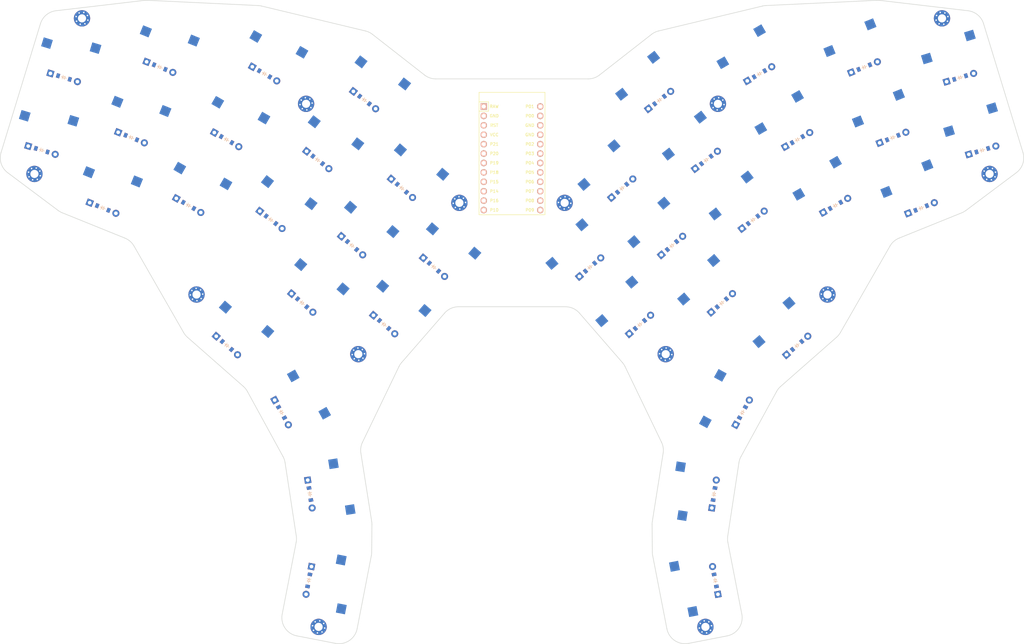
<source format=kicad_pcb>
(kicad_pcb (version 20171130) (host pcbnew 5.1.6)
  (title_block (title "swallowtail") (rev "v1.0.0") (company "Unknown"))
  (layers (0 F.Cu signal) (31 B.Cu signal) (34 B.Paste user) (35 F.Paste user) (36 B.SilkS user) (37 F.SilkS user) (38 B.Mask user) (39 F.Mask user) (44 Edge.Cuts user))
  (net 0 "")
  (net 1 "outer_home")
  (net 2 "P21")
  (net 3 "outer_top")
  (net 4 "pinky_bottom")
  (net 5 "P20")
  (net 6 "pinky_home")
  (net 7 "pinky_top")
  (net 8 "ring_bottom")
  (net 9 "P19")
  (net 10 "ring_home")
  (net 11 "ring_top")
  (net 12 "middle_bottom")
  (net 13 "P18")
  (net 14 "middle_home")
  (net 15 "middle_top")
  (net 16 "index_bottom")
  (net 17 "P15")
  (net 18 "index_home")
  (net 19 "index_top")
  (net 20 "inner_home")
  (net 21 "P14")
  (net 22 "inner_top")
  (net 23 "mirror_outer_home")
  (net 24 "P9")
  (net 25 "mirror_outer_top")
  (net 26 "mirror_pinky_bottom")
  (net 27 "P8")
  (net 28 "mirror_pinky_home")
  (net 29 "mirror_pinky_top")
  (net 30 "mirror_ring_bottom")
  (net 31 "P7")
  (net 32 "mirror_ring_home")
  (net 33 "mirror_ring_top")
  (net 34 "mirror_middle_bottom")
  (net 35 "P6")
  (net 36 "mirror_middle_home")
  (net 37 "mirror_middle_top")
  (net 38 "mirror_index_bottom")
  (net 39 "P10")
  (net 40 "mirror_index_home")
  (net 41 "mirror_index_top")
  (net 42 "mirror_inner_home")
  (net 43 "P16")
  (net 44 "mirror_inner_top")
  (net 45 "near_thumb")
  (net 46 "home_thumb")
  (net 47 "far_thumb")
  (net 48 "farthest_thumb")
  (net 49 "mirror_near_thumb")
  (net 50 "mirror_home_thumb")
  (net 51 "mirror_far_thumb")
  (net 52 "mirror_farthest_thumb")
  (net 53 "P3")
  (net 54 "P2")
  (net 55 "P4")
  (net 56 "P5")
  (net 57 "RAW")
  (net 58 "GND")
  (net 59 "RST")
  (net 60 "VCC")
  (net 61 "P1")
  (net 62 "P0")
  (module MX (layer F.Cu) (at 72.3869251 105.2633986 -17)
    (fp_text reference "S1" hide)
    (fp_text value "" hide)
    (pad "" np_thru_hole circle (at 0 0) (size 3.9878 3.9878) (drill 3.9878) (layers *.Cu *.Mask))
    (pad "" np_thru_hole circle (at 5.08 0) (size 1.7018 1.7018) (drill 1.7018) (layers *.Cu *.Mask))
    (pad "" np_thru_hole circle (at -5.08 0) (size 1.7018 1.7018) (drill 1.7018) (layers *.Cu *.Mask))
    (pad "" np_thru_hole circle (at 2.54 -5.08) (size 3 3) (drill 3) (layers *.Cu *.Mask))
    (pad "" np_thru_hole circle (at -3.81 -2.54) (size 3 3) (drill 3) (layers *.Cu *.Mask))
    (pad 1 smd rect (at -7.085 -2.54 -17) (size 2.55 2.5) (layers B.Cu B.Paste B.Mask) (net 1 "outer_home"))
    (pad 2 smd rect (at 5.842 -5.08 -17) (size 2.55 2.5) (layers B.Cu B.Paste B.Mask) (net 2 "P21"))
  )
  (module MX (layer F.Cu) (at 78.380545 85.6591511 -17)
    (fp_text reference "S2" hide)
    (fp_text value "" hide)
    (pad "" np_thru_hole circle (at 0 0) (size 3.9878 3.9878) (drill 3.9878) (layers *.Cu *.Mask))
    (pad "" np_thru_hole circle (at 5.08 0) (size 1.7018 1.7018) (drill 1.7018) (layers *.Cu *.Mask))
    (pad "" np_thru_hole circle (at -5.08 0) (size 1.7018 1.7018) (drill 1.7018) (layers *.Cu *.Mask))
    (pad "" np_thru_hole circle (at 2.54 -5.08) (size 3 3) (drill 3) (layers *.Cu *.Mask))
    (pad "" np_thru_hole circle (at -3.81 -2.54) (size 3 3) (drill 3) (layers *.Cu *.Mask))
    (pad 1 smd rect (at -7.085 -2.54 -17) (size 2.55 2.5) (layers B.Cu B.Paste B.Mask) (net 3 "outer_top"))
    (pad 2 smd rect (at 5.842 -5.08 -17) (size 2.55 2.5) (layers B.Cu B.Paste B.Mask) (net 2 "P21"))
  )
  (module MX (layer F.Cu) (at 89.284923 121.0030592 -22)
    (fp_text reference "S3" hide)
    (fp_text value "" hide)
    (pad "" np_thru_hole circle (at 0 0) (size 3.9878 3.9878) (drill 3.9878) (layers *.Cu *.Mask))
    (pad "" np_thru_hole circle (at 5.08 0) (size 1.7018 1.7018) (drill 1.7018) (layers *.Cu *.Mask))
    (pad "" np_thru_hole circle (at -5.08 0) (size 1.7018 1.7018) (drill 1.7018) (layers *.Cu *.Mask))
    (pad "" np_thru_hole circle (at 2.54 -5.08) (size 3 3) (drill 3) (layers *.Cu *.Mask))
    (pad "" np_thru_hole circle (at -3.81 -2.54) (size 3 3) (drill 3) (layers *.Cu *.Mask))
    (pad 1 smd rect (at -7.085 -2.54 -22) (size 2.55 2.5) (layers B.Cu B.Paste B.Mask) (net 4 "pinky_bottom"))
    (pad 2 smd rect (at 5.842 -5.08 -22) (size 2.55 2.5) (layers B.Cu B.Paste B.Mask) (net 5 "P20"))
  )
  (module MX (layer F.Cu) (at 96.9643581 101.9957902 -22)
    (fp_text reference "S4" hide)
    (fp_text value "" hide)
    (pad "" np_thru_hole circle (at 0 0) (size 3.9878 3.9878) (drill 3.9878) (layers *.Cu *.Mask))
    (pad "" np_thru_hole circle (at 5.08 0) (size 1.7018 1.7018) (drill 1.7018) (layers *.Cu *.Mask))
    (pad "" np_thru_hole circle (at -5.08 0) (size 1.7018 1.7018) (drill 1.7018) (layers *.Cu *.Mask))
    (pad "" np_thru_hole circle (at 2.54 -5.08) (size 3 3) (drill 3) (layers *.Cu *.Mask))
    (pad "" np_thru_hole circle (at -3.81 -2.54) (size 3 3) (drill 3) (layers *.Cu *.Mask))
    (pad 1 smd rect (at -7.085 -2.54 -22) (size 2.55 2.5) (layers B.Cu B.Paste B.Mask) (net 6 "pinky_home"))
    (pad 2 smd rect (at 5.842 -5.08 -22) (size 2.55 2.5) (layers B.Cu B.Paste B.Mask) (net 5 "P20"))
  )
  (module MX (layer F.Cu) (at 104.6437933 82.9885212 -22)
    (fp_text reference "S5" hide)
    (fp_text value "" hide)
    (pad "" np_thru_hole circle (at 0 0) (size 3.9878 3.9878) (drill 3.9878) (layers *.Cu *.Mask))
    (pad "" np_thru_hole circle (at 5.08 0) (size 1.7018 1.7018) (drill 1.7018) (layers *.Cu *.Mask))
    (pad "" np_thru_hole circle (at -5.08 0) (size 1.7018 1.7018) (drill 1.7018) (layers *.Cu *.Mask))
    (pad "" np_thru_hole circle (at 2.54 -5.08) (size 3 3) (drill 3) (layers *.Cu *.Mask))
    (pad "" np_thru_hole circle (at -3.81 -2.54) (size 3 3) (drill 3) (layers *.Cu *.Mask))
    (pad 1 smd rect (at -7.085 -2.54 -22) (size 2.55 2.5) (layers B.Cu B.Paste B.Mask) (net 7 "pinky_top"))
    (pad 2 smd rect (at 5.842 -5.08 -22) (size 2.55 2.5) (layers B.Cu B.Paste B.Mask) (net 5 "P20"))
  )
  (module MX (layer F.Cu) (at 113.0524438 120.6156381 -30)
    (fp_text reference "S6" hide)
    (fp_text value "" hide)
    (pad "" np_thru_hole circle (at 0 0) (size 3.9878 3.9878) (drill 3.9878) (layers *.Cu *.Mask))
    (pad "" np_thru_hole circle (at 5.08 0) (size 1.7018 1.7018) (drill 1.7018) (layers *.Cu *.Mask))
    (pad "" np_thru_hole circle (at -5.08 0) (size 1.7018 1.7018) (drill 1.7018) (layers *.Cu *.Mask))
    (pad "" np_thru_hole circle (at 2.54 -5.08) (size 3 3) (drill 3) (layers *.Cu *.Mask))
    (pad "" np_thru_hole circle (at -3.81 -2.54) (size 3 3) (drill 3) (layers *.Cu *.Mask))
    (pad 1 smd rect (at -7.085 -2.54 -30) (size 2.55 2.5) (layers B.Cu B.Paste B.Mask) (net 8 "ring_bottom"))
    (pad 2 smd rect (at 5.842 -5.08 -30) (size 2.55 2.5) (layers B.Cu B.Paste B.Mask) (net 9 "P19"))
  )
  (module MX (layer F.Cu) (at 123.3024438 102.8621173 -30)
    (fp_text reference "S7" hide)
    (fp_text value "" hide)
    (pad "" np_thru_hole circle (at 0 0) (size 3.9878 3.9878) (drill 3.9878) (layers *.Cu *.Mask))
    (pad "" np_thru_hole circle (at 5.08 0) (size 1.7018 1.7018) (drill 1.7018) (layers *.Cu *.Mask))
    (pad "" np_thru_hole circle (at -5.08 0) (size 1.7018 1.7018) (drill 1.7018) (layers *.Cu *.Mask))
    (pad "" np_thru_hole circle (at 2.54 -5.08) (size 3 3) (drill 3) (layers *.Cu *.Mask))
    (pad "" np_thru_hole circle (at -3.81 -2.54) (size 3 3) (drill 3) (layers *.Cu *.Mask))
    (pad 1 smd rect (at -7.085 -2.54 -30) (size 2.55 2.5) (layers B.Cu B.Paste B.Mask) (net 10 "ring_home"))
    (pad 2 smd rect (at 5.842 -5.08 -30) (size 2.55 2.5) (layers B.Cu B.Paste B.Mask) (net 9 "P19"))
  )
  (module MX (layer F.Cu) (at 133.5524438 85.1085965 -30)
    (fp_text reference "S8" hide)
    (fp_text value "" hide)
    (pad "" np_thru_hole circle (at 0 0) (size 3.9878 3.9878) (drill 3.9878) (layers *.Cu *.Mask))
    (pad "" np_thru_hole circle (at 5.08 0) (size 1.7018 1.7018) (drill 1.7018) (layers *.Cu *.Mask))
    (pad "" np_thru_hole circle (at -5.08 0) (size 1.7018 1.7018) (drill 1.7018) (layers *.Cu *.Mask))
    (pad "" np_thru_hole circle (at 2.54 -5.08) (size 3 3) (drill 3) (layers *.Cu *.Mask))
    (pad "" np_thru_hole circle (at -3.81 -2.54) (size 3 3) (drill 3) (layers *.Cu *.Mask))
    (pad 1 smd rect (at -7.085 -2.54 -30) (size 2.55 2.5) (layers B.Cu B.Paste B.Mask) (net 11 "ring_top"))
    (pad 2 smd rect (at 5.842 -5.08 -30) (size 2.55 2.5) (layers B.Cu B.Paste B.Mask) (net 9 "P19"))
  )
  (module MX (layer F.Cu) (at 135.8625793 124.8907864 -38)
    (fp_text reference "S9" hide)
    (fp_text value "" hide)
    (pad "" np_thru_hole circle (at 0 0) (size 3.9878 3.9878) (drill 3.9878) (layers *.Cu *.Mask))
    (pad "" np_thru_hole circle (at 5.08 0) (size 1.7018 1.7018) (drill 1.7018) (layers *.Cu *.Mask))
    (pad "" np_thru_hole circle (at -5.08 0) (size 1.7018 1.7018) (drill 1.7018) (layers *.Cu *.Mask))
    (pad "" np_thru_hole circle (at 2.54 -5.08) (size 3 3) (drill 3) (layers *.Cu *.Mask))
    (pad "" np_thru_hole circle (at -3.81 -2.54) (size 3 3) (drill 3) (layers *.Cu *.Mask))
    (pad 1 smd rect (at -7.085 -2.54 -38) (size 2.55 2.5) (layers B.Cu B.Paste B.Mask) (net 12 "middle_bottom"))
    (pad 2 smd rect (at 5.842 -5.08 -38) (size 2.55 2.5) (layers B.Cu B.Paste B.Mask) (net 13 "P18"))
  )
  (module MX (layer F.Cu) (at 148.4836396 108.736566 -38)
    (fp_text reference "S10" hide)
    (fp_text value "" hide)
    (pad "" np_thru_hole circle (at 0 0) (size 3.9878 3.9878) (drill 3.9878) (layers *.Cu *.Mask))
    (pad "" np_thru_hole circle (at 5.08 0) (size 1.7018 1.7018) (drill 1.7018) (layers *.Cu *.Mask))
    (pad "" np_thru_hole circle (at -5.08 0) (size 1.7018 1.7018) (drill 1.7018) (layers *.Cu *.Mask))
    (pad "" np_thru_hole circle (at 2.54 -5.08) (size 3 3) (drill 3) (layers *.Cu *.Mask))
    (pad "" np_thru_hole circle (at -3.81 -2.54) (size 3 3) (drill 3) (layers *.Cu *.Mask))
    (pad 1 smd rect (at -7.085 -2.54 -38) (size 2.55 2.5) (layers B.Cu B.Paste B.Mask) (net 14 "middle_home"))
    (pad 2 smd rect (at 5.842 -5.08 -38) (size 2.55 2.5) (layers B.Cu B.Paste B.Mask) (net 13 "P18"))
  )
  (module MX (layer F.Cu) (at 161.1046999 92.5823456 -38)
    (fp_text reference "S11" hide)
    (fp_text value "" hide)
    (pad "" np_thru_hole circle (at 0 0) (size 3.9878 3.9878) (drill 3.9878) (layers *.Cu *.Mask))
    (pad "" np_thru_hole circle (at 5.08 0) (size 1.7018 1.7018) (drill 1.7018) (layers *.Cu *.Mask))
    (pad "" np_thru_hole circle (at -5.08 0) (size 1.7018 1.7018) (drill 1.7018) (layers *.Cu *.Mask))
    (pad "" np_thru_hole circle (at 2.54 -5.08) (size 3 3) (drill 3) (layers *.Cu *.Mask))
    (pad "" np_thru_hole circle (at -3.81 -2.54) (size 3 3) (drill 3) (layers *.Cu *.Mask))
    (pad 1 smd rect (at -7.085 -2.54 -38) (size 2.55 2.5) (layers B.Cu B.Paste B.Mask) (net 15 "middle_top"))
    (pad 2 smd rect (at 5.842 -5.08 -38) (size 2.55 2.5) (layers B.Cu B.Paste B.Mask) (net 13 "P18"))
  )
  (module MX (layer F.Cu) (at 144.4949348 147.4794255 -41)
    (fp_text reference "S12" hide)
    (fp_text value "" hide)
    (pad "" np_thru_hole circle (at 0 0) (size 3.9878 3.9878) (drill 3.9878) (layers *.Cu *.Mask))
    (pad "" np_thru_hole circle (at 5.08 0) (size 1.7018 1.7018) (drill 1.7018) (layers *.Cu *.Mask))
    (pad "" np_thru_hole circle (at -5.08 0) (size 1.7018 1.7018) (drill 1.7018) (layers *.Cu *.Mask))
    (pad "" np_thru_hole circle (at 2.54 -5.08) (size 3 3) (drill 3) (layers *.Cu *.Mask))
    (pad "" np_thru_hole circle (at -3.81 -2.54) (size 3 3) (drill 3) (layers *.Cu *.Mask))
    (pad 1 smd rect (at -7.085 -2.54 -41) (size 2.55 2.5) (layers B.Cu B.Paste B.Mask) (net 16 "index_bottom"))
    (pad 2 smd rect (at 5.842 -5.08 -41) (size 2.55 2.5) (layers B.Cu B.Paste B.Mask) (net 17 "P15"))
  )
  (module MX (layer F.Cu) (at 157.9441449 132.0078791 -41)
    (fp_text reference "S13" hide)
    (fp_text value "" hide)
    (pad "" np_thru_hole circle (at 0 0) (size 3.9878 3.9878) (drill 3.9878) (layers *.Cu *.Mask))
    (pad "" np_thru_hole circle (at 5.08 0) (size 1.7018 1.7018) (drill 1.7018) (layers *.Cu *.Mask))
    (pad "" np_thru_hole circle (at -5.08 0) (size 1.7018 1.7018) (drill 1.7018) (layers *.Cu *.Mask))
    (pad "" np_thru_hole circle (at 2.54 -5.08) (size 3 3) (drill 3) (layers *.Cu *.Mask))
    (pad "" np_thru_hole circle (at -3.81 -2.54) (size 3 3) (drill 3) (layers *.Cu *.Mask))
    (pad 1 smd rect (at -7.085 -2.54 -41) (size 2.55 2.5) (layers B.Cu B.Paste B.Mask) (net 18 "index_home"))
    (pad 2 smd rect (at 5.842 -5.08 -41) (size 2.55 2.5) (layers B.Cu B.Paste B.Mask) (net 17 "P15"))
  )
  (module MX (layer F.Cu) (at 171.393355 116.5363327 -41)
    (fp_text reference "S14" hide)
    (fp_text value "" hide)
    (pad "" np_thru_hole circle (at 0 0) (size 3.9878 3.9878) (drill 3.9878) (layers *.Cu *.Mask))
    (pad "" np_thru_hole circle (at 5.08 0) (size 1.7018 1.7018) (drill 1.7018) (layers *.Cu *.Mask))
    (pad "" np_thru_hole circle (at -5.08 0) (size 1.7018 1.7018) (drill 1.7018) (layers *.Cu *.Mask))
    (pad "" np_thru_hole circle (at 2.54 -5.08) (size 3 3) (drill 3) (layers *.Cu *.Mask))
    (pad "" np_thru_hole circle (at -3.81 -2.54) (size 3 3) (drill 3) (layers *.Cu *.Mask))
    (pad 1 smd rect (at -7.085 -2.54 -41) (size 2.55 2.5) (layers B.Cu B.Paste B.Mask) (net 19 "index_top"))
    (pad 2 smd rect (at 5.842 -5.08 -41) (size 2.55 2.5) (layers B.Cu B.Paste B.Mask) (net 17 "P15"))
  )
  (module MX (layer F.Cu) (at 166.5926774 153.3060689 -41)
    (fp_text reference "S15" hide)
    (fp_text value "" hide)
    (pad "" np_thru_hole circle (at 0 0) (size 3.9878 3.9878) (drill 3.9878) (layers *.Cu *.Mask))
    (pad "" np_thru_hole circle (at 5.08 0) (size 1.7018 1.7018) (drill 1.7018) (layers *.Cu *.Mask))
    (pad "" np_thru_hole circle (at -5.08 0) (size 1.7018 1.7018) (drill 1.7018) (layers *.Cu *.Mask))
    (pad "" np_thru_hole circle (at 2.54 -5.08) (size 3 3) (drill 3) (layers *.Cu *.Mask))
    (pad "" np_thru_hole circle (at -3.81 -2.54) (size 3 3) (drill 3) (layers *.Cu *.Mask))
    (pad 1 smd rect (at -7.085 -2.54 -41) (size 2.55 2.5) (layers B.Cu B.Paste B.Mask) (net 20 "inner_home"))
    (pad 2 smd rect (at 5.842 -5.08 -41) (size 2.55 2.5) (layers B.Cu B.Paste B.Mask) (net 21 "P14"))
  )
  (module MX (layer F.Cu) (at 180.0418875 137.8345225 -41)
    (fp_text reference "S16" hide)
    (fp_text value "" hide)
    (pad "" np_thru_hole circle (at 0 0) (size 3.9878 3.9878) (drill 3.9878) (layers *.Cu *.Mask))
    (pad "" np_thru_hole circle (at 5.08 0) (size 1.7018 1.7018) (drill 1.7018) (layers *.Cu *.Mask))
    (pad "" np_thru_hole circle (at -5.08 0) (size 1.7018 1.7018) (drill 1.7018) (layers *.Cu *.Mask))
    (pad "" np_thru_hole circle (at 2.54 -5.08) (size 3 3) (drill 3) (layers *.Cu *.Mask))
    (pad "" np_thru_hole circle (at -3.81 -2.54) (size 3 3) (drill 3) (layers *.Cu *.Mask))
    (pad 1 smd rect (at -7.085 -2.54 -41) (size 2.55 2.5) (layers B.Cu B.Paste B.Mask) (net 22 "inner_top"))
    (pad 2 smd rect (at 5.842 -5.08 -41) (size 2.55 2.5) (layers B.Cu B.Paste B.Mask) (net 21 "P14"))
  )
  (module MX (layer F.Cu) (at 323.2691477 105.2633986 17)
    (fp_text reference "S17" hide)
    (fp_text value "" hide)
    (pad "" np_thru_hole circle (at 0 0) (size 3.9878 3.9878) (drill 3.9878) (layers *.Cu *.Mask))
    (pad "" np_thru_hole circle (at 5.08 0) (size 1.7018 1.7018) (drill 1.7018) (layers *.Cu *.Mask))
    (pad "" np_thru_hole circle (at -5.08 0) (size 1.7018 1.7018) (drill 1.7018) (layers *.Cu *.Mask))
    (pad "" np_thru_hole circle (at 2.54 -5.08) (size 3 3) (drill 3) (layers *.Cu *.Mask))
    (pad "" np_thru_hole circle (at -3.81 -2.54) (size 3 3) (drill 3) (layers *.Cu *.Mask))
    (pad 1 smd rect (at -7.085 -2.54 17) (size 2.55 2.5) (layers B.Cu B.Paste B.Mask) (net 23 "mirror_outer_home"))
    (pad 2 smd rect (at 5.842 -5.08 17) (size 2.55 2.5) (layers B.Cu B.Paste B.Mask) (net 24 "P9"))
  )
  (module MX (layer F.Cu) (at 317.2755278 85.6591511 17)
    (fp_text reference "S18" hide)
    (fp_text value "" hide)
    (pad "" np_thru_hole circle (at 0 0) (size 3.9878 3.9878) (drill 3.9878) (layers *.Cu *.Mask))
    (pad "" np_thru_hole circle (at 5.08 0) (size 1.7018 1.7018) (drill 1.7018) (layers *.Cu *.Mask))
    (pad "" np_thru_hole circle (at -5.08 0) (size 1.7018 1.7018) (drill 1.7018) (layers *.Cu *.Mask))
    (pad "" np_thru_hole circle (at 2.54 -5.08) (size 3 3) (drill 3) (layers *.Cu *.Mask))
    (pad "" np_thru_hole circle (at -3.81 -2.54) (size 3 3) (drill 3) (layers *.Cu *.Mask))
    (pad 1 smd rect (at -7.085 -2.54 17) (size 2.55 2.5) (layers B.Cu B.Paste B.Mask) (net 25 "mirror_outer_top"))
    (pad 2 smd rect (at 5.842 -5.08 17) (size 2.55 2.5) (layers B.Cu B.Paste B.Mask) (net 24 "P9"))
  )
  (module MX (layer F.Cu) (at 306.3711498 121.0030592 22)
    (fp_text reference "S19" hide)
    (fp_text value "" hide)
    (pad "" np_thru_hole circle (at 0 0) (size 3.9878 3.9878) (drill 3.9878) (layers *.Cu *.Mask))
    (pad "" np_thru_hole circle (at 5.08 0) (size 1.7018 1.7018) (drill 1.7018) (layers *.Cu *.Mask))
    (pad "" np_thru_hole circle (at -5.08 0) (size 1.7018 1.7018) (drill 1.7018) (layers *.Cu *.Mask))
    (pad "" np_thru_hole circle (at 2.54 -5.08) (size 3 3) (drill 3) (layers *.Cu *.Mask))
    (pad "" np_thru_hole circle (at -3.81 -2.54) (size 3 3) (drill 3) (layers *.Cu *.Mask))
    (pad 1 smd rect (at -7.085 -2.54 22) (size 2.55 2.5) (layers B.Cu B.Paste B.Mask) (net 26 "mirror_pinky_bottom"))
    (pad 2 smd rect (at 5.842 -5.08 22) (size 2.55 2.5) (layers B.Cu B.Paste B.Mask) (net 27 "P8"))
  )
  (module MX (layer F.Cu) (at 298.69171470000003 101.9957902 22)
    (fp_text reference "S20" hide)
    (fp_text value "" hide)
    (pad "" np_thru_hole circle (at 0 0) (size 3.9878 3.9878) (drill 3.9878) (layers *.Cu *.Mask))
    (pad "" np_thru_hole circle (at 5.08 0) (size 1.7018 1.7018) (drill 1.7018) (layers *.Cu *.Mask))
    (pad "" np_thru_hole circle (at -5.08 0) (size 1.7018 1.7018) (drill 1.7018) (layers *.Cu *.Mask))
    (pad "" np_thru_hole circle (at 2.54 -5.08) (size 3 3) (drill 3) (layers *.Cu *.Mask))
    (pad "" np_thru_hole circle (at -3.81 -2.54) (size 3 3) (drill 3) (layers *.Cu *.Mask))
    (pad 1 smd rect (at -7.085 -2.54 22) (size 2.55 2.5) (layers B.Cu B.Paste B.Mask) (net 28 "mirror_pinky_home"))
    (pad 2 smd rect (at 5.842 -5.08 22) (size 2.55 2.5) (layers B.Cu B.Paste B.Mask) (net 27 "P8"))
  )
  (module MX (layer F.Cu) (at 291.0122795 82.9885212 22)
    (fp_text reference "S21" hide)
    (fp_text value "" hide)
    (pad "" np_thru_hole circle (at 0 0) (size 3.9878 3.9878) (drill 3.9878) (layers *.Cu *.Mask))
    (pad "" np_thru_hole circle (at 5.08 0) (size 1.7018 1.7018) (drill 1.7018) (layers *.Cu *.Mask))
    (pad "" np_thru_hole circle (at -5.08 0) (size 1.7018 1.7018) (drill 1.7018) (layers *.Cu *.Mask))
    (pad "" np_thru_hole circle (at 2.54 -5.08) (size 3 3) (drill 3) (layers *.Cu *.Mask))
    (pad "" np_thru_hole circle (at -3.81 -2.54) (size 3 3) (drill 3) (layers *.Cu *.Mask))
    (pad 1 smd rect (at -7.085 -2.54 22) (size 2.55 2.5) (layers B.Cu B.Paste B.Mask) (net 29 "mirror_pinky_top"))
    (pad 2 smd rect (at 5.842 -5.08 22) (size 2.55 2.5) (layers B.Cu B.Paste B.Mask) (net 27 "P8"))
  )
  (module MX (layer F.Cu) (at 282.603629 120.6156381 30)
    (fp_text reference "S22" hide)
    (fp_text value "" hide)
    (pad "" np_thru_hole circle (at 0 0) (size 3.9878 3.9878) (drill 3.9878) (layers *.Cu *.Mask))
    (pad "" np_thru_hole circle (at 5.08 0) (size 1.7018 1.7018) (drill 1.7018) (layers *.Cu *.Mask))
    (pad "" np_thru_hole circle (at -5.08 0) (size 1.7018 1.7018) (drill 1.7018) (layers *.Cu *.Mask))
    (pad "" np_thru_hole circle (at 2.54 -5.08) (size 3 3) (drill 3) (layers *.Cu *.Mask))
    (pad "" np_thru_hole circle (at -3.81 -2.54) (size 3 3) (drill 3) (layers *.Cu *.Mask))
    (pad 1 smd rect (at -7.085 -2.54 30) (size 2.55 2.5) (layers B.Cu B.Paste B.Mask) (net 30 "mirror_ring_bottom"))
    (pad 2 smd rect (at 5.842 -5.08 30) (size 2.55 2.5) (layers B.Cu B.Paste B.Mask) (net 31 "P7"))
  )
  (module MX (layer F.Cu) (at 272.353629 102.8621173 30)
    (fp_text reference "S23" hide)
    (fp_text value "" hide)
    (pad "" np_thru_hole circle (at 0 0) (size 3.9878 3.9878) (drill 3.9878) (layers *.Cu *.Mask))
    (pad "" np_thru_hole circle (at 5.08 0) (size 1.7018 1.7018) (drill 1.7018) (layers *.Cu *.Mask))
    (pad "" np_thru_hole circle (at -5.08 0) (size 1.7018 1.7018) (drill 1.7018) (layers *.Cu *.Mask))
    (pad "" np_thru_hole circle (at 2.54 -5.08) (size 3 3) (drill 3) (layers *.Cu *.Mask))
    (pad "" np_thru_hole circle (at -3.81 -2.54) (size 3 3) (drill 3) (layers *.Cu *.Mask))
    (pad 1 smd rect (at -7.085 -2.54 30) (size 2.55 2.5) (layers B.Cu B.Paste B.Mask) (net 32 "mirror_ring_home"))
    (pad 2 smd rect (at 5.842 -5.08 30) (size 2.55 2.5) (layers B.Cu B.Paste B.Mask) (net 31 "P7"))
  )
  (module MX (layer F.Cu) (at 262.103629 85.1085965 30)
    (fp_text reference "S24" hide)
    (fp_text value "" hide)
    (pad "" np_thru_hole circle (at 0 0) (size 3.9878 3.9878) (drill 3.9878) (layers *.Cu *.Mask))
    (pad "" np_thru_hole circle (at 5.08 0) (size 1.7018 1.7018) (drill 1.7018) (layers *.Cu *.Mask))
    (pad "" np_thru_hole circle (at -5.08 0) (size 1.7018 1.7018) (drill 1.7018) (layers *.Cu *.Mask))
    (pad "" np_thru_hole circle (at 2.54 -5.08) (size 3 3) (drill 3) (layers *.Cu *.Mask))
    (pad "" np_thru_hole circle (at -3.81 -2.54) (size 3 3) (drill 3) (layers *.Cu *.Mask))
    (pad 1 smd rect (at -7.085 -2.54 30) (size 2.55 2.5) (layers B.Cu B.Paste B.Mask) (net 33 "mirror_ring_top"))
    (pad 2 smd rect (at 5.842 -5.08 30) (size 2.55 2.5) (layers B.Cu B.Paste B.Mask) (net 31 "P7"))
  )
  (module MX (layer F.Cu) (at 259.7934935 124.8907864 38)
    (fp_text reference "S25" hide)
    (fp_text value "" hide)
    (pad "" np_thru_hole circle (at 0 0) (size 3.9878 3.9878) (drill 3.9878) (layers *.Cu *.Mask))
    (pad "" np_thru_hole circle (at 5.08 0) (size 1.7018 1.7018) (drill 1.7018) (layers *.Cu *.Mask))
    (pad "" np_thru_hole circle (at -5.08 0) (size 1.7018 1.7018) (drill 1.7018) (layers *.Cu *.Mask))
    (pad "" np_thru_hole circle (at 2.54 -5.08) (size 3 3) (drill 3) (layers *.Cu *.Mask))
    (pad "" np_thru_hole circle (at -3.81 -2.54) (size 3 3) (drill 3) (layers *.Cu *.Mask))
    (pad 1 smd rect (at -7.085 -2.54 38) (size 2.55 2.5) (layers B.Cu B.Paste B.Mask) (net 34 "mirror_middle_bottom"))
    (pad 2 smd rect (at 5.842 -5.08 38) (size 2.55 2.5) (layers B.Cu B.Paste B.Mask) (net 35 "P6"))
  )
  (module MX (layer F.Cu) (at 247.1724332 108.736566 38)
    (fp_text reference "S26" hide)
    (fp_text value "" hide)
    (pad "" np_thru_hole circle (at 0 0) (size 3.9878 3.9878) (drill 3.9878) (layers *.Cu *.Mask))
    (pad "" np_thru_hole circle (at 5.08 0) (size 1.7018 1.7018) (drill 1.7018) (layers *.Cu *.Mask))
    (pad "" np_thru_hole circle (at -5.08 0) (size 1.7018 1.7018) (drill 1.7018) (layers *.Cu *.Mask))
    (pad "" np_thru_hole circle (at 2.54 -5.08) (size 3 3) (drill 3) (layers *.Cu *.Mask))
    (pad "" np_thru_hole circle (at -3.81 -2.54) (size 3 3) (drill 3) (layers *.Cu *.Mask))
    (pad 1 smd rect (at -7.085 -2.54 38) (size 2.55 2.5) (layers B.Cu B.Paste B.Mask) (net 36 "mirror_middle_home"))
    (pad 2 smd rect (at 5.842 -5.08 38) (size 2.55 2.5) (layers B.Cu B.Paste B.Mask) (net 35 "P6"))
  )
  (module MX (layer F.Cu) (at 234.5513729 92.5823456 38)
    (fp_text reference "S27" hide)
    (fp_text value "" hide)
    (pad "" np_thru_hole circle (at 0 0) (size 3.9878 3.9878) (drill 3.9878) (layers *.Cu *.Mask))
    (pad "" np_thru_hole circle (at 5.08 0) (size 1.7018 1.7018) (drill 1.7018) (layers *.Cu *.Mask))
    (pad "" np_thru_hole circle (at -5.08 0) (size 1.7018 1.7018) (drill 1.7018) (layers *.Cu *.Mask))
    (pad "" np_thru_hole circle (at 2.54 -5.08) (size 3 3) (drill 3) (layers *.Cu *.Mask))
    (pad "" np_thru_hole circle (at -3.81 -2.54) (size 3 3) (drill 3) (layers *.Cu *.Mask))
    (pad 1 smd rect (at -7.085 -2.54 38) (size 2.55 2.5) (layers B.Cu B.Paste B.Mask) (net 37 "mirror_middle_top"))
    (pad 2 smd rect (at 5.842 -5.08 38) (size 2.55 2.5) (layers B.Cu B.Paste B.Mask) (net 35 "P6"))
  )
  (module MX (layer F.Cu) (at 251.161138 147.4794255 41)
    (fp_text reference "S28" hide)
    (fp_text value "" hide)
    (pad "" np_thru_hole circle (at 0 0) (size 3.9878 3.9878) (drill 3.9878) (layers *.Cu *.Mask))
    (pad "" np_thru_hole circle (at 5.08 0) (size 1.7018 1.7018) (drill 1.7018) (layers *.Cu *.Mask))
    (pad "" np_thru_hole circle (at -5.08 0) (size 1.7018 1.7018) (drill 1.7018) (layers *.Cu *.Mask))
    (pad "" np_thru_hole circle (at 2.54 -5.08) (size 3 3) (drill 3) (layers *.Cu *.Mask))
    (pad "" np_thru_hole circle (at -3.81 -2.54) (size 3 3) (drill 3) (layers *.Cu *.Mask))
    (pad 1 smd rect (at -7.085 -2.54 41) (size 2.55 2.5) (layers B.Cu B.Paste B.Mask) (net 38 "mirror_index_bottom"))
    (pad 2 smd rect (at 5.842 -5.08 41) (size 2.55 2.5) (layers B.Cu B.Paste B.Mask) (net 39 "P10"))
  )
  (module MX (layer F.Cu) (at 237.7119279 132.0078791 41)
    (fp_text reference "S29" hide)
    (fp_text value "" hide)
    (pad "" np_thru_hole circle (at 0 0) (size 3.9878 3.9878) (drill 3.9878) (layers *.Cu *.Mask))
    (pad "" np_thru_hole circle (at 5.08 0) (size 1.7018 1.7018) (drill 1.7018) (layers *.Cu *.Mask))
    (pad "" np_thru_hole circle (at -5.08 0) (size 1.7018 1.7018) (drill 1.7018) (layers *.Cu *.Mask))
    (pad "" np_thru_hole circle (at 2.54 -5.08) (size 3 3) (drill 3) (layers *.Cu *.Mask))
    (pad "" np_thru_hole circle (at -3.81 -2.54) (size 3 3) (drill 3) (layers *.Cu *.Mask))
    (pad 1 smd rect (at -7.085 -2.54 41) (size 2.55 2.5) (layers B.Cu B.Paste B.Mask) (net 40 "mirror_index_home"))
    (pad 2 smd rect (at 5.842 -5.08 41) (size 2.55 2.5) (layers B.Cu B.Paste B.Mask) (net 39 "P10"))
  )
  (module MX (layer F.Cu) (at 224.2627178 116.5363327 41)
    (fp_text reference "S30" hide)
    (fp_text value "" hide)
    (pad "" np_thru_hole circle (at 0 0) (size 3.9878 3.9878) (drill 3.9878) (layers *.Cu *.Mask))
    (pad "" np_thru_hole circle (at 5.08 0) (size 1.7018 1.7018) (drill 1.7018) (layers *.Cu *.Mask))
    (pad "" np_thru_hole circle (at -5.08 0) (size 1.7018 1.7018) (drill 1.7018) (layers *.Cu *.Mask))
    (pad "" np_thru_hole circle (at 2.54 -5.08) (size 3 3) (drill 3) (layers *.Cu *.Mask))
    (pad "" np_thru_hole circle (at -3.81 -2.54) (size 3 3) (drill 3) (layers *.Cu *.Mask))
    (pad 1 smd rect (at -7.085 -2.54 41) (size 2.55 2.5) (layers B.Cu B.Paste B.Mask) (net 41 "mirror_index_top"))
    (pad 2 smd rect (at 5.842 -5.08 41) (size 2.55 2.5) (layers B.Cu B.Paste B.Mask) (net 39 "P10"))
  )
  (module MX (layer F.Cu) (at 229.0633954 153.3060689 41)
    (fp_text reference "S31" hide)
    (fp_text value "" hide)
    (pad "" np_thru_hole circle (at 0 0) (size 3.9878 3.9878) (drill 3.9878) (layers *.Cu *.Mask))
    (pad "" np_thru_hole circle (at 5.08 0) (size 1.7018 1.7018) (drill 1.7018) (layers *.Cu *.Mask))
    (pad "" np_thru_hole circle (at -5.08 0) (size 1.7018 1.7018) (drill 1.7018) (layers *.Cu *.Mask))
    (pad "" np_thru_hole circle (at 2.54 -5.08) (size 3 3) (drill 3) (layers *.Cu *.Mask))
    (pad "" np_thru_hole circle (at -3.81 -2.54) (size 3 3) (drill 3) (layers *.Cu *.Mask))
    (pad 1 smd rect (at -7.085 -2.54 41) (size 2.55 2.5) (layers B.Cu B.Paste B.Mask) (net 42 "mirror_inner_home"))
    (pad 2 smd rect (at 5.842 -5.08 41) (size 2.55 2.5) (layers B.Cu B.Paste B.Mask) (net 43 "P16"))
  )
  (module MX (layer F.Cu) (at 215.6141853 137.8345225 41)
    (fp_text reference "S32" hide)
    (fp_text value "" hide)
    (pad "" np_thru_hole circle (at 0 0) (size 3.9878 3.9878) (drill 3.9878) (layers *.Cu *.Mask))
    (pad "" np_thru_hole circle (at 5.08 0) (size 1.7018 1.7018) (drill 1.7018) (layers *.Cu *.Mask))
    (pad "" np_thru_hole circle (at -5.08 0) (size 1.7018 1.7018) (drill 1.7018) (layers *.Cu *.Mask))
    (pad "" np_thru_hole circle (at 2.54 -5.08) (size 3 3) (drill 3) (layers *.Cu *.Mask))
    (pad "" np_thru_hole circle (at -3.81 -2.54) (size 3 3) (drill 3) (layers *.Cu *.Mask))
    (pad 1 smd rect (at -7.085 -2.54 41) (size 2.55 2.5) (layers B.Cu B.Paste B.Mask) (net 44 "mirror_inner_top"))
    (pad 2 smd rect (at 5.842 -5.08 41) (size 2.55 2.5) (layers B.Cu B.Paste B.Mask) (net 43 "P16"))
  )
  (module MX (layer F.Cu) (at 124.17490140000001 158.9657758 -41)
    (fp_text reference "S33" hide)
    (fp_text value "" hide)
    (pad "" np_thru_hole circle (at 0 0) (size 3.9878 3.9878) (drill 3.9878) (layers *.Cu *.Mask))
    (pad "" np_thru_hole circle (at 5.08 0) (size 1.7018 1.7018) (drill 1.7018) (layers *.Cu *.Mask))
    (pad "" np_thru_hole circle (at -5.08 0) (size 1.7018 1.7018) (drill 1.7018) (layers *.Cu *.Mask))
    (pad "" np_thru_hole circle (at 2.54 -5.08) (size 3 3) (drill 3) (layers *.Cu *.Mask))
    (pad "" np_thru_hole circle (at -3.81 -2.54) (size 3 3) (drill 3) (layers *.Cu *.Mask))
    (pad 1 smd rect (at -7.085 -2.54 -41) (size 2.55 2.5) (layers B.Cu B.Paste B.Mask) (net 45 "near_thumb"))
    (pad 2 smd rect (at 5.842 -5.08 -41) (size 2.55 2.5) (layers B.Cu B.Paste B.Mask) (net 9 "P19"))
  )
  (module MX (layer F.Cu) (at 140.0072977 178.37919209999998 -61)
    (fp_text reference "S34" hide)
    (fp_text value "" hide)
    (pad "" np_thru_hole circle (at 0 0) (size 3.9878 3.9878) (drill 3.9878) (layers *.Cu *.Mask))
    (pad "" np_thru_hole circle (at 5.08 0) (size 1.7018 1.7018) (drill 1.7018) (layers *.Cu *.Mask))
    (pad "" np_thru_hole circle (at -5.08 0) (size 1.7018 1.7018) (drill 1.7018) (layers *.Cu *.Mask))
    (pad "" np_thru_hole circle (at 2.54 -5.08) (size 3 3) (drill 3) (layers *.Cu *.Mask))
    (pad "" np_thru_hole circle (at -3.81 -2.54) (size 3 3) (drill 3) (layers *.Cu *.Mask))
    (pad 1 smd rect (at -7.085 -2.54 -61) (size 2.55 2.5) (layers B.Cu B.Paste B.Mask) (net 46 "home_thumb"))
    (pad 2 smd rect (at 5.842 -5.08 -61) (size 2.55 2.5) (layers B.Cu B.Paste B.Mask) (net 13 "P18"))
  )
  (module MX (layer F.Cu) (at 148.2451042 202.0368346 -81)
    (fp_text reference "S35" hide)
    (fp_text value "" hide)
    (pad "" np_thru_hole circle (at 0 0) (size 3.9878 3.9878) (drill 3.9878) (layers *.Cu *.Mask))
    (pad "" np_thru_hole circle (at 5.08 0) (size 1.7018 1.7018) (drill 1.7018) (layers *.Cu *.Mask))
    (pad "" np_thru_hole circle (at -5.08 0) (size 1.7018 1.7018) (drill 1.7018) (layers *.Cu *.Mask))
    (pad "" np_thru_hole circle (at 2.54 -5.08) (size 3 3) (drill 3) (layers *.Cu *.Mask))
    (pad "" np_thru_hole circle (at -3.81 -2.54) (size 3 3) (drill 3) (layers *.Cu *.Mask))
    (pad 1 smd rect (at -7.085 -2.54 -81) (size 2.55 2.5) (layers B.Cu B.Paste B.Mask) (net 47 "far_thumb"))
    (pad 2 smd rect (at 5.842 -5.08 -81) (size 2.55 2.5) (layers B.Cu B.Paste B.Mask) (net 17 "P15"))
  )
  (module MX (layer F.Cu) (at 147.89471989999998 227.0852425 -101)
    (fp_text reference "S36" hide)
    (fp_text value "" hide)
    (pad "" np_thru_hole circle (at 0 0) (size 3.9878 3.9878) (drill 3.9878) (layers *.Cu *.Mask))
    (pad "" np_thru_hole circle (at 5.08 0) (size 1.7018 1.7018) (drill 1.7018) (layers *.Cu *.Mask))
    (pad "" np_thru_hole circle (at -5.08 0) (size 1.7018 1.7018) (drill 1.7018) (layers *.Cu *.Mask))
    (pad "" np_thru_hole circle (at 2.54 -5.08) (size 3 3) (drill 3) (layers *.Cu *.Mask))
    (pad "" np_thru_hole circle (at -3.81 -2.54) (size 3 3) (drill 3) (layers *.Cu *.Mask))
    (pad 1 smd rect (at -7.085 -2.54 -101) (size 2.55 2.5) (layers B.Cu B.Paste B.Mask) (net 48 "farthest_thumb"))
    (pad 2 smd rect (at 5.842 -5.08 -101) (size 2.55 2.5) (layers B.Cu B.Paste B.Mask) (net 21 "P14"))
  )
  (module MX (layer F.Cu) (at 271.4811714 158.9657758 41)
    (fp_text reference "S37" hide)
    (fp_text value "" hide)
    (pad "" np_thru_hole circle (at 0 0) (size 3.9878 3.9878) (drill 3.9878) (layers *.Cu *.Mask))
    (pad "" np_thru_hole circle (at 5.08 0) (size 1.7018 1.7018) (drill 1.7018) (layers *.Cu *.Mask))
    (pad "" np_thru_hole circle (at -5.08 0) (size 1.7018 1.7018) (drill 1.7018) (layers *.Cu *.Mask))
    (pad "" np_thru_hole circle (at 2.54 -5.08) (size 3 3) (drill 3) (layers *.Cu *.Mask))
    (pad "" np_thru_hole circle (at -3.81 -2.54) (size 3 3) (drill 3) (layers *.Cu *.Mask))
    (pad 1 smd rect (at -7.085 -2.54 41) (size 2.55 2.5) (layers B.Cu B.Paste B.Mask) (net 49 "mirror_near_thumb"))
    (pad 2 smd rect (at 5.842 -5.08 41) (size 2.55 2.5) (layers B.Cu B.Paste B.Mask) (net 31 "P7"))
  )
  (module MX (layer F.Cu) (at 255.6487751 178.37919209999998 61)
    (fp_text reference "S38" hide)
    (fp_text value "" hide)
    (pad "" np_thru_hole circle (at 0 0) (size 3.9878 3.9878) (drill 3.9878) (layers *.Cu *.Mask))
    (pad "" np_thru_hole circle (at 5.08 0) (size 1.7018 1.7018) (drill 1.7018) (layers *.Cu *.Mask))
    (pad "" np_thru_hole circle (at -5.08 0) (size 1.7018 1.7018) (drill 1.7018) (layers *.Cu *.Mask))
    (pad "" np_thru_hole circle (at 2.54 -5.08) (size 3 3) (drill 3) (layers *.Cu *.Mask))
    (pad "" np_thru_hole circle (at -3.81 -2.54) (size 3 3) (drill 3) (layers *.Cu *.Mask))
    (pad 1 smd rect (at -7.085 -2.54 61) (size 2.55 2.5) (layers B.Cu B.Paste B.Mask) (net 50 "mirror_home_thumb"))
    (pad 2 smd rect (at 5.842 -5.08 61) (size 2.55 2.5) (layers B.Cu B.Paste B.Mask) (net 35 "P6"))
  )
  (module MX (layer F.Cu) (at 247.41096860000002 202.0368346 81)
    (fp_text reference "S39" hide)
    (fp_text value "" hide)
    (pad "" np_thru_hole circle (at 0 0) (size 3.9878 3.9878) (drill 3.9878) (layers *.Cu *.Mask))
    (pad "" np_thru_hole circle (at 5.08 0) (size 1.7018 1.7018) (drill 1.7018) (layers *.Cu *.Mask))
    (pad "" np_thru_hole circle (at -5.08 0) (size 1.7018 1.7018) (drill 1.7018) (layers *.Cu *.Mask))
    (pad "" np_thru_hole circle (at 2.54 -5.08) (size 3 3) (drill 3) (layers *.Cu *.Mask))
    (pad "" np_thru_hole circle (at -3.81 -2.54) (size 3 3) (drill 3) (layers *.Cu *.Mask))
    (pad 1 smd rect (at -7.085 -2.54 81) (size 2.55 2.5) (layers B.Cu B.Paste B.Mask) (net 51 "mirror_far_thumb"))
    (pad 2 smd rect (at 5.842 -5.08 81) (size 2.55 2.5) (layers B.Cu B.Paste B.Mask) (net 39 "P10"))
  )
  (module MX (layer F.Cu) (at 247.76135290000002 227.0852425 101)
    (fp_text reference "S40" hide)
    (fp_text value "" hide)
    (pad "" np_thru_hole circle (at 0 0) (size 3.9878 3.9878) (drill 3.9878) (layers *.Cu *.Mask))
    (pad "" np_thru_hole circle (at 5.08 0) (size 1.7018 1.7018) (drill 1.7018) (layers *.Cu *.Mask))
    (pad "" np_thru_hole circle (at -5.08 0) (size 1.7018 1.7018) (drill 1.7018) (layers *.Cu *.Mask))
    (pad "" np_thru_hole circle (at 2.54 -5.08) (size 3 3) (drill 3) (layers *.Cu *.Mask))
    (pad "" np_thru_hole circle (at -3.81 -2.54) (size 3 3) (drill 3) (layers *.Cu *.Mask))
    (pad 1 smd rect (at -7.085 -2.54 101) (size 2.55 2.5) (layers B.Cu B.Paste B.Mask) (net 52 "mirror_farthest_thumb"))
    (pad 2 smd rect (at 5.842 -5.08 101) (size 2.55 2.5) (layers B.Cu B.Paste B.Mask) (net 43 "P16"))
  )
  (module ComboDiode (layer F.Cu) (at 70.9250666 110.0449224 -17)
    (fp_text reference "D1" hide)
    (fp_text value "" hide)
    (pad 1 smd rect (at -1.65 0 -17) (size 0.9 1.2) (layers F.Cu F.Paste F.Mask) (net 53 "P3"))
    (pad 2 smd rect (at 1.65 0 -17) (size 0.9 1.2) (layers B.Cu B.Paste B.Mask) (net 1 "outer_home"))
    (pad 1 smd rect (at -1.65 0 -17) (size 0.9 1.2) (layers B.Cu B.Paste B.Mask) (net 53 "P3"))
    (pad 2 smd rect (at 1.65 0 -17) (size 0.9 1.2) (layers F.Cu F.Paste F.Mask) (net 1 "outer_home"))
    (pad 1 thru_hole rect (at -3.81 0 -17) (size 1.778 1.778) (drill 0.9906) (layers *.Cu *.Mask) (net 53 "P3"))
    (pad 2 thru_hole circle (at 3.81 0 -17) (size 1.905 1.905) (drill 0.9906) (layers *.Cu *.Mask) (net 1 "outer_home"))
  )
  (module ComboDiode (layer F.Cu) (at 76.91868649999999 90.4406749 -17)
    (fp_text reference "D2" hide)
    (fp_text value "" hide)
    (pad 1 smd rect (at -1.65 0 -17) (size 0.9 1.2) (layers F.Cu F.Paste F.Mask) (net 54 "P2"))
    (pad 2 smd rect (at 1.65 0 -17) (size 0.9 1.2) (layers B.Cu B.Paste B.Mask) (net 3 "outer_top"))
    (pad 1 smd rect (at -1.65 0 -17) (size 0.9 1.2) (layers B.Cu B.Paste B.Mask) (net 54 "P2"))
    (pad 2 smd rect (at 1.65 0 -17) (size 0.9 1.2) (layers F.Cu F.Paste F.Mask) (net 3 "outer_top"))
    (pad 1 thru_hole rect (at -3.81 0 -17) (size 1.778 1.778) (drill 0.9906) (layers *.Cu *.Mask) (net 54 "P2"))
    (pad 2 thru_hole circle (at 3.81 0 -17) (size 1.905 1.905) (drill 0.9906) (layers *.Cu *.Mask) (net 3 "outer_top"))
  )
  (module ComboDiode (layer F.Cu) (at 87.41189 125.6389785 -22)
    (fp_text reference "D3" hide)
    (fp_text value "" hide)
    (pad 1 smd rect (at -1.65 0 -22) (size 0.9 1.2) (layers F.Cu F.Paste F.Mask) (net 55 "P4"))
    (pad 2 smd rect (at 1.65 0 -22) (size 0.9 1.2) (layers B.Cu B.Paste B.Mask) (net 4 "pinky_bottom"))
    (pad 1 smd rect (at -1.65 0 -22) (size 0.9 1.2) (layers B.Cu B.Paste B.Mask) (net 55 "P4"))
    (pad 2 smd rect (at 1.65 0 -22) (size 0.9 1.2) (layers F.Cu F.Paste F.Mask) (net 4 "pinky_bottom"))
    (pad 1 thru_hole rect (at -3.81 0 -22) (size 1.778 1.778) (drill 0.9906) (layers *.Cu *.Mask) (net 55 "P4"))
    (pad 2 thru_hole circle (at 3.81 0 -22) (size 1.905 1.905) (drill 0.9906) (layers *.Cu *.Mask) (net 4 "pinky_bottom"))
  )
  (module ComboDiode (layer F.Cu) (at 95.09132509999999 106.6317095 -22)
    (fp_text reference "D4" hide)
    (fp_text value "" hide)
    (pad 1 smd rect (at -1.65 0 -22) (size 0.9 1.2) (layers F.Cu F.Paste F.Mask) (net 53 "P3"))
    (pad 2 smd rect (at 1.65 0 -22) (size 0.9 1.2) (layers B.Cu B.Paste B.Mask) (net 6 "pinky_home"))
    (pad 1 smd rect (at -1.65 0 -22) (size 0.9 1.2) (layers B.Cu B.Paste B.Mask) (net 53 "P3"))
    (pad 2 smd rect (at 1.65 0 -22) (size 0.9 1.2) (layers F.Cu F.Paste F.Mask) (net 6 "pinky_home"))
    (pad 1 thru_hole rect (at -3.81 0 -22) (size 1.778 1.778) (drill 0.9906) (layers *.Cu *.Mask) (net 53 "P3"))
    (pad 2 thru_hole circle (at 3.81 0 -22) (size 1.905 1.905) (drill 0.9906) (layers *.Cu *.Mask) (net 6 "pinky_home"))
  )
  (module ComboDiode (layer F.Cu) (at 102.77076029999999 87.62444049999999 -22)
    (fp_text reference "D5" hide)
    (fp_text value "" hide)
    (pad 1 smd rect (at -1.65 0 -22) (size 0.9 1.2) (layers F.Cu F.Paste F.Mask) (net 54 "P2"))
    (pad 2 smd rect (at 1.65 0 -22) (size 0.9 1.2) (layers B.Cu B.Paste B.Mask) (net 7 "pinky_top"))
    (pad 1 smd rect (at -1.65 0 -22) (size 0.9 1.2) (layers B.Cu B.Paste B.Mask) (net 54 "P2"))
    (pad 2 smd rect (at 1.65 0 -22) (size 0.9 1.2) (layers F.Cu F.Paste F.Mask) (net 7 "pinky_top"))
    (pad 1 thru_hole rect (at -3.81 0 -22) (size 1.778 1.778) (drill 0.9906) (layers *.Cu *.Mask) (net 54 "P2"))
    (pad 2 thru_hole circle (at 3.81 0 -22) (size 1.905 1.905) (drill 0.9906) (layers *.Cu *.Mask) (net 7 "pinky_top"))
  )
  (module ComboDiode (layer F.Cu) (at 110.5524438 124.9457651 -30)
    (fp_text reference "D6" hide)
    (fp_text value "" hide)
    (pad 1 smd rect (at -1.65 0 -30) (size 0.9 1.2) (layers F.Cu F.Paste F.Mask) (net 55 "P4"))
    (pad 2 smd rect (at 1.65 0 -30) (size 0.9 1.2) (layers B.Cu B.Paste B.Mask) (net 8 "ring_bottom"))
    (pad 1 smd rect (at -1.65 0 -30) (size 0.9 1.2) (layers B.Cu B.Paste B.Mask) (net 55 "P4"))
    (pad 2 smd rect (at 1.65 0 -30) (size 0.9 1.2) (layers F.Cu F.Paste F.Mask) (net 8 "ring_bottom"))
    (pad 1 thru_hole rect (at -3.81 0 -30) (size 1.778 1.778) (drill 0.9906) (layers *.Cu *.Mask) (net 55 "P4"))
    (pad 2 thru_hole circle (at 3.81 0 -30) (size 1.905 1.905) (drill 0.9906) (layers *.Cu *.Mask) (net 8 "ring_bottom"))
  )
  (module ComboDiode (layer F.Cu) (at 120.8024438 107.1922443 -30)
    (fp_text reference "D7" hide)
    (fp_text value "" hide)
    (pad 1 smd rect (at -1.65 0 -30) (size 0.9 1.2) (layers F.Cu F.Paste F.Mask) (net 53 "P3"))
    (pad 2 smd rect (at 1.65 0 -30) (size 0.9 1.2) (layers B.Cu B.Paste B.Mask) (net 10 "ring_home"))
    (pad 1 smd rect (at -1.65 0 -30) (size 0.9 1.2) (layers B.Cu B.Paste B.Mask) (net 53 "P3"))
    (pad 2 smd rect (at 1.65 0 -30) (size 0.9 1.2) (layers F.Cu F.Paste F.Mask) (net 10 "ring_home"))
    (pad 1 thru_hole rect (at -3.81 0 -30) (size 1.778 1.778) (drill 0.9906) (layers *.Cu *.Mask) (net 53 "P3"))
    (pad 2 thru_hole circle (at 3.81 0 -30) (size 1.905 1.905) (drill 0.9906) (layers *.Cu *.Mask) (net 10 "ring_home"))
  )
  (module ComboDiode (layer F.Cu) (at 131.0524438 89.43872350000001 -30)
    (fp_text reference "D8" hide)
    (fp_text value "" hide)
    (pad 1 smd rect (at -1.65 0 -30) (size 0.9 1.2) (layers F.Cu F.Paste F.Mask) (net 54 "P2"))
    (pad 2 smd rect (at 1.65 0 -30) (size 0.9 1.2) (layers B.Cu B.Paste B.Mask) (net 11 "ring_top"))
    (pad 1 smd rect (at -1.65 0 -30) (size 0.9 1.2) (layers B.Cu B.Paste B.Mask) (net 54 "P2"))
    (pad 2 smd rect (at 1.65 0 -30) (size 0.9 1.2) (layers F.Cu F.Paste F.Mask) (net 11 "ring_top"))
    (pad 1 thru_hole rect (at -3.81 0 -30) (size 1.778 1.778) (drill 0.9906) (layers *.Cu *.Mask) (net 54 "P2"))
    (pad 2 thru_hole circle (at 3.81 0 -30) (size 1.905 1.905) (drill 0.9906) (layers *.Cu *.Mask) (net 11 "ring_top"))
  )
  (module ComboDiode (layer F.Cu) (at 132.7842719 128.83084019999998 -38)
    (fp_text reference "D9" hide)
    (fp_text value "" hide)
    (pad 1 smd rect (at -1.65 0 -38) (size 0.9 1.2) (layers F.Cu F.Paste F.Mask) (net 55 "P4"))
    (pad 2 smd rect (at 1.65 0 -38) (size 0.9 1.2) (layers B.Cu B.Paste B.Mask) (net 12 "middle_bottom"))
    (pad 1 smd rect (at -1.65 0 -38) (size 0.9 1.2) (layers B.Cu B.Paste B.Mask) (net 55 "P4"))
    (pad 2 smd rect (at 1.65 0 -38) (size 0.9 1.2) (layers F.Cu F.Paste F.Mask) (net 12 "middle_bottom"))
    (pad 1 thru_hole rect (at -3.81 0 -38) (size 1.778 1.778) (drill 0.9906) (layers *.Cu *.Mask) (net 55 "P4"))
    (pad 2 thru_hole circle (at 3.81 0 -38) (size 1.905 1.905) (drill 0.9906) (layers *.Cu *.Mask) (net 12 "middle_bottom"))
  )
  (module ComboDiode (layer F.Cu) (at 145.4053322 112.6766198 -38)
    (fp_text reference "D10" hide)
    (fp_text value "" hide)
    (pad 1 smd rect (at -1.65 0 -38) (size 0.9 1.2) (layers F.Cu F.Paste F.Mask) (net 53 "P3"))
    (pad 2 smd rect (at 1.65 0 -38) (size 0.9 1.2) (layers B.Cu B.Paste B.Mask) (net 14 "middle_home"))
    (pad 1 smd rect (at -1.65 0 -38) (size 0.9 1.2) (layers B.Cu B.Paste B.Mask) (net 53 "P3"))
    (pad 2 smd rect (at 1.65 0 -38) (size 0.9 1.2) (layers F.Cu F.Paste F.Mask) (net 14 "middle_home"))
    (pad 1 thru_hole rect (at -3.81 0 -38) (size 1.778 1.778) (drill 0.9906) (layers *.Cu *.Mask) (net 53 "P3"))
    (pad 2 thru_hole circle (at 3.81 0 -38) (size 1.905 1.905) (drill 0.9906) (layers *.Cu *.Mask) (net 14 "middle_home"))
  )
  (module ComboDiode (layer F.Cu) (at 158.02639250000001 96.5223994 -38)
    (fp_text reference "D11" hide)
    (fp_text value "" hide)
    (pad 1 smd rect (at -1.65 0 -38) (size 0.9 1.2) (layers F.Cu F.Paste F.Mask) (net 54 "P2"))
    (pad 2 smd rect (at 1.65 0 -38) (size 0.9 1.2) (layers B.Cu B.Paste B.Mask) (net 15 "middle_top"))
    (pad 1 smd rect (at -1.65 0 -38) (size 0.9 1.2) (layers B.Cu B.Paste B.Mask) (net 54 "P2"))
    (pad 2 smd rect (at 1.65 0 -38) (size 0.9 1.2) (layers F.Cu F.Paste F.Mask) (net 15 "middle_top"))
    (pad 1 thru_hole rect (at -3.81 0 -38) (size 1.778 1.778) (drill 0.9906) (layers *.Cu *.Mask) (net 54 "P2"))
    (pad 2 thru_hole circle (at 3.81 0 -38) (size 1.905 1.905) (drill 0.9906) (layers *.Cu *.Mask) (net 15 "middle_top"))
  )
  (module ComboDiode (layer F.Cu) (at 141.21463970000002 151.2529734 -41)
    (fp_text reference "D12" hide)
    (fp_text value "" hide)
    (pad 1 smd rect (at -1.65 0 -41) (size 0.9 1.2) (layers F.Cu F.Paste F.Mask) (net 55 "P4"))
    (pad 2 smd rect (at 1.65 0 -41) (size 0.9 1.2) (layers B.Cu B.Paste B.Mask) (net 16 "index_bottom"))
    (pad 1 smd rect (at -1.65 0 -41) (size 0.9 1.2) (layers B.Cu B.Paste B.Mask) (net 55 "P4"))
    (pad 2 smd rect (at 1.65 0 -41) (size 0.9 1.2) (layers F.Cu F.Paste F.Mask) (net 16 "index_bottom"))
    (pad 1 thru_hole rect (at -3.81 0 -41) (size 1.778 1.778) (drill 0.9906) (layers *.Cu *.Mask) (net 55 "P4"))
    (pad 2 thru_hole circle (at 3.81 0 -41) (size 1.905 1.905) (drill 0.9906) (layers *.Cu *.Mask) (net 16 "index_bottom"))
  )
  (module ComboDiode (layer F.Cu) (at 154.6638498 135.781427 -41)
    (fp_text reference "D13" hide)
    (fp_text value "" hide)
    (pad 1 smd rect (at -1.65 0 -41) (size 0.9 1.2) (layers F.Cu F.Paste F.Mask) (net 53 "P3"))
    (pad 2 smd rect (at 1.65 0 -41) (size 0.9 1.2) (layers B.Cu B.Paste B.Mask) (net 18 "index_home"))
    (pad 1 smd rect (at -1.65 0 -41) (size 0.9 1.2) (layers B.Cu B.Paste B.Mask) (net 53 "P3"))
    (pad 2 smd rect (at 1.65 0 -41) (size 0.9 1.2) (layers F.Cu F.Paste F.Mask) (net 18 "index_home"))
    (pad 1 thru_hole rect (at -3.81 0 -41) (size 1.778 1.778) (drill 0.9906) (layers *.Cu *.Mask) (net 53 "P3"))
    (pad 2 thru_hole circle (at 3.81 0 -41) (size 1.905 1.905) (drill 0.9906) (layers *.Cu *.Mask) (net 18 "index_home"))
  )
  (module ComboDiode (layer F.Cu) (at 168.11305990000002 120.3098806 -41)
    (fp_text reference "D14" hide)
    (fp_text value "" hide)
    (pad 1 smd rect (at -1.65 0 -41) (size 0.9 1.2) (layers F.Cu F.Paste F.Mask) (net 54 "P2"))
    (pad 2 smd rect (at 1.65 0 -41) (size 0.9 1.2) (layers B.Cu B.Paste B.Mask) (net 19 "index_top"))
    (pad 1 smd rect (at -1.65 0 -41) (size 0.9 1.2) (layers B.Cu B.Paste B.Mask) (net 54 "P2"))
    (pad 2 smd rect (at 1.65 0 -41) (size 0.9 1.2) (layers F.Cu F.Paste F.Mask) (net 19 "index_top"))
    (pad 1 thru_hole rect (at -3.81 0 -41) (size 1.778 1.778) (drill 0.9906) (layers *.Cu *.Mask) (net 54 "P2"))
    (pad 2 thru_hole circle (at 3.81 0 -41) (size 1.905 1.905) (drill 0.9906) (layers *.Cu *.Mask) (net 19 "index_top"))
  )
  (module ComboDiode (layer F.Cu) (at 163.31238230000002 157.07961680000003 -41)
    (fp_text reference "D15" hide)
    (fp_text value "" hide)
    (pad 1 smd rect (at -1.65 0 -41) (size 0.9 1.2) (layers F.Cu F.Paste F.Mask) (net 53 "P3"))
    (pad 2 smd rect (at 1.65 0 -41) (size 0.9 1.2) (layers B.Cu B.Paste B.Mask) (net 20 "inner_home"))
    (pad 1 smd rect (at -1.65 0 -41) (size 0.9 1.2) (layers B.Cu B.Paste B.Mask) (net 53 "P3"))
    (pad 2 smd rect (at 1.65 0 -41) (size 0.9 1.2) (layers F.Cu F.Paste F.Mask) (net 20 "inner_home"))
    (pad 1 thru_hole rect (at -3.81 0 -41) (size 1.778 1.778) (drill 0.9906) (layers *.Cu *.Mask) (net 53 "P3"))
    (pad 2 thru_hole circle (at 3.81 0 -41) (size 1.905 1.905) (drill 0.9906) (layers *.Cu *.Mask) (net 20 "inner_home"))
  )
  (module ComboDiode (layer F.Cu) (at 176.7615924 141.6080704 -41)
    (fp_text reference "D16" hide)
    (fp_text value "" hide)
    (pad 1 smd rect (at -1.65 0 -41) (size 0.9 1.2) (layers F.Cu F.Paste F.Mask) (net 54 "P2"))
    (pad 2 smd rect (at 1.65 0 -41) (size 0.9 1.2) (layers B.Cu B.Paste B.Mask) (net 22 "inner_top"))
    (pad 1 smd rect (at -1.65 0 -41) (size 0.9 1.2) (layers B.Cu B.Paste B.Mask) (net 54 "P2"))
    (pad 2 smd rect (at 1.65 0 -41) (size 0.9 1.2) (layers F.Cu F.Paste F.Mask) (net 22 "inner_top"))
    (pad 1 thru_hole rect (at -3.81 0 -41) (size 1.778 1.778) (drill 0.9906) (layers *.Cu *.Mask) (net 54 "P2"))
    (pad 2 thru_hole circle (at 3.81 0 -41) (size 1.905 1.905) (drill 0.9906) (layers *.Cu *.Mask) (net 22 "inner_top"))
  )
  (module ComboDiode (layer F.Cu) (at 324.7310062 110.0449224 17)
    (fp_text reference "D17" hide)
    (fp_text value "" hide)
    (pad 1 smd rect (at -1.65 0 17) (size 0.9 1.2) (layers F.Cu F.Paste F.Mask) (net 53 "P3"))
    (pad 2 smd rect (at 1.65 0 17) (size 0.9 1.2) (layers B.Cu B.Paste B.Mask) (net 23 "mirror_outer_home"))
    (pad 1 smd rect (at -1.65 0 17) (size 0.9 1.2) (layers B.Cu B.Paste B.Mask) (net 53 "P3"))
    (pad 2 smd rect (at 1.65 0 17) (size 0.9 1.2) (layers F.Cu F.Paste F.Mask) (net 23 "mirror_outer_home"))
    (pad 1 thru_hole rect (at -3.81 0 17) (size 1.778 1.778) (drill 0.9906) (layers *.Cu *.Mask) (net 53 "P3"))
    (pad 2 thru_hole circle (at 3.81 0 17) (size 1.905 1.905) (drill 0.9906) (layers *.Cu *.Mask) (net 23 "mirror_outer_home"))
  )
  (module ComboDiode (layer F.Cu) (at 318.7373863 90.4406749 17)
    (fp_text reference "D18" hide)
    (fp_text value "" hide)
    (pad 1 smd rect (at -1.65 0 17) (size 0.9 1.2) (layers F.Cu F.Paste F.Mask) (net 54 "P2"))
    (pad 2 smd rect (at 1.65 0 17) (size 0.9 1.2) (layers B.Cu B.Paste B.Mask) (net 25 "mirror_outer_top"))
    (pad 1 smd rect (at -1.65 0 17) (size 0.9 1.2) (layers B.Cu B.Paste B.Mask) (net 54 "P2"))
    (pad 2 smd rect (at 1.65 0 17) (size 0.9 1.2) (layers F.Cu F.Paste F.Mask) (net 25 "mirror_outer_top"))
    (pad 1 thru_hole rect (at -3.81 0 17) (size 1.778 1.778) (drill 0.9906) (layers *.Cu *.Mask) (net 54 "P2"))
    (pad 2 thru_hole circle (at 3.81 0 17) (size 1.905 1.905) (drill 0.9906) (layers *.Cu *.Mask) (net 25 "mirror_outer_top"))
  )
  (module ComboDiode (layer F.Cu) (at 308.24418280000003 125.6389785 22)
    (fp_text reference "D19" hide)
    (fp_text value "" hide)
    (pad 1 smd rect (at -1.65 0 22) (size 0.9 1.2) (layers F.Cu F.Paste F.Mask) (net 55 "P4"))
    (pad 2 smd rect (at 1.65 0 22) (size 0.9 1.2) (layers B.Cu B.Paste B.Mask) (net 26 "mirror_pinky_bottom"))
    (pad 1 smd rect (at -1.65 0 22) (size 0.9 1.2) (layers B.Cu B.Paste B.Mask) (net 55 "P4"))
    (pad 2 smd rect (at 1.65 0 22) (size 0.9 1.2) (layers F.Cu F.Paste F.Mask) (net 26 "mirror_pinky_bottom"))
    (pad 1 thru_hole rect (at -3.81 0 22) (size 1.778 1.778) (drill 0.9906) (layers *.Cu *.Mask) (net 55 "P4"))
    (pad 2 thru_hole circle (at 3.81 0 22) (size 1.905 1.905) (drill 0.9906) (layers *.Cu *.Mask) (net 26 "mirror_pinky_bottom"))
  )
  (module ComboDiode (layer F.Cu) (at 300.56474770000005 106.6317095 22)
    (fp_text reference "D20" hide)
    (fp_text value "" hide)
    (pad 1 smd rect (at -1.65 0 22) (size 0.9 1.2) (layers F.Cu F.Paste F.Mask) (net 53 "P3"))
    (pad 2 smd rect (at 1.65 0 22) (size 0.9 1.2) (layers B.Cu B.Paste B.Mask) (net 28 "mirror_pinky_home"))
    (pad 1 smd rect (at -1.65 0 22) (size 0.9 1.2) (layers B.Cu B.Paste B.Mask) (net 53 "P3"))
    (pad 2 smd rect (at 1.65 0 22) (size 0.9 1.2) (layers F.Cu F.Paste F.Mask) (net 28 "mirror_pinky_home"))
    (pad 1 thru_hole rect (at -3.81 0 22) (size 1.778 1.778) (drill 0.9906) (layers *.Cu *.Mask) (net 53 "P3"))
    (pad 2 thru_hole circle (at 3.81 0 22) (size 1.905 1.905) (drill 0.9906) (layers *.Cu *.Mask) (net 28 "mirror_pinky_home"))
  )
  (module ComboDiode (layer F.Cu) (at 292.8853125 87.62444049999999 22)
    (fp_text reference "D21" hide)
    (fp_text value "" hide)
    (pad 1 smd rect (at -1.65 0 22) (size 0.9 1.2) (layers F.Cu F.Paste F.Mask) (net 54 "P2"))
    (pad 2 smd rect (at 1.65 0 22) (size 0.9 1.2) (layers B.Cu B.Paste B.Mask) (net 29 "mirror_pinky_top"))
    (pad 1 smd rect (at -1.65 0 22) (size 0.9 1.2) (layers B.Cu B.Paste B.Mask) (net 54 "P2"))
    (pad 2 smd rect (at 1.65 0 22) (size 0.9 1.2) (layers F.Cu F.Paste F.Mask) (net 29 "mirror_pinky_top"))
    (pad 1 thru_hole rect (at -3.81 0 22) (size 1.778 1.778) (drill 0.9906) (layers *.Cu *.Mask) (net 54 "P2"))
    (pad 2 thru_hole circle (at 3.81 0 22) (size 1.905 1.905) (drill 0.9906) (layers *.Cu *.Mask) (net 29 "mirror_pinky_top"))
  )
  (module ComboDiode (layer F.Cu) (at 285.103629 124.9457651 30)
    (fp_text reference "D22" hide)
    (fp_text value "" hide)
    (pad 1 smd rect (at -1.65 0 30) (size 0.9 1.2) (layers F.Cu F.Paste F.Mask) (net 55 "P4"))
    (pad 2 smd rect (at 1.65 0 30) (size 0.9 1.2) (layers B.Cu B.Paste B.Mask) (net 30 "mirror_ring_bottom"))
    (pad 1 smd rect (at -1.65 0 30) (size 0.9 1.2) (layers B.Cu B.Paste B.Mask) (net 55 "P4"))
    (pad 2 smd rect (at 1.65 0 30) (size 0.9 1.2) (layers F.Cu F.Paste F.Mask) (net 30 "mirror_ring_bottom"))
    (pad 1 thru_hole rect (at -3.81 0 30) (size 1.778 1.778) (drill 0.9906) (layers *.Cu *.Mask) (net 55 "P4"))
    (pad 2 thru_hole circle (at 3.81 0 30) (size 1.905 1.905) (drill 0.9906) (layers *.Cu *.Mask) (net 30 "mirror_ring_bottom"))
  )
  (module ComboDiode (layer F.Cu) (at 274.853629 107.1922443 30)
    (fp_text reference "D23" hide)
    (fp_text value "" hide)
    (pad 1 smd rect (at -1.65 0 30) (size 0.9 1.2) (layers F.Cu F.Paste F.Mask) (net 53 "P3"))
    (pad 2 smd rect (at 1.65 0 30) (size 0.9 1.2) (layers B.Cu B.Paste B.Mask) (net 32 "mirror_ring_home"))
    (pad 1 smd rect (at -1.65 0 30) (size 0.9 1.2) (layers B.Cu B.Paste B.Mask) (net 53 "P3"))
    (pad 2 smd rect (at 1.65 0 30) (size 0.9 1.2) (layers F.Cu F.Paste F.Mask) (net 32 "mirror_ring_home"))
    (pad 1 thru_hole rect (at -3.81 0 30) (size 1.778 1.778) (drill 0.9906) (layers *.Cu *.Mask) (net 53 "P3"))
    (pad 2 thru_hole circle (at 3.81 0 30) (size 1.905 1.905) (drill 0.9906) (layers *.Cu *.Mask) (net 32 "mirror_ring_home"))
  )
  (module ComboDiode (layer F.Cu) (at 264.603629 89.43872350000001 30)
    (fp_text reference "D24" hide)
    (fp_text value "" hide)
    (pad 1 smd rect (at -1.65 0 30) (size 0.9 1.2) (layers F.Cu F.Paste F.Mask) (net 54 "P2"))
    (pad 2 smd rect (at 1.65 0 30) (size 0.9 1.2) (layers B.Cu B.Paste B.Mask) (net 33 "mirror_ring_top"))
    (pad 1 smd rect (at -1.65 0 30) (size 0.9 1.2) (layers B.Cu B.Paste B.Mask) (net 54 "P2"))
    (pad 2 smd rect (at 1.65 0 30) (size 0.9 1.2) (layers F.Cu F.Paste F.Mask) (net 33 "mirror_ring_top"))
    (pad 1 thru_hole rect (at -3.81 0 30) (size 1.778 1.778) (drill 0.9906) (layers *.Cu *.Mask) (net 54 "P2"))
    (pad 2 thru_hole circle (at 3.81 0 30) (size 1.905 1.905) (drill 0.9906) (layers *.Cu *.Mask) (net 33 "mirror_ring_top"))
  )
  (module ComboDiode (layer F.Cu) (at 262.87180090000004 128.83084019999998 38)
    (fp_text reference "D25" hide)
    (fp_text value "" hide)
    (pad 1 smd rect (at -1.65 0 38) (size 0.9 1.2) (layers F.Cu F.Paste F.Mask) (net 55 "P4"))
    (pad 2 smd rect (at 1.65 0 38) (size 0.9 1.2) (layers B.Cu B.Paste B.Mask) (net 34 "mirror_middle_bottom"))
    (pad 1 smd rect (at -1.65 0 38) (size 0.9 1.2) (layers B.Cu B.Paste B.Mask) (net 55 "P4"))
    (pad 2 smd rect (at 1.65 0 38) (size 0.9 1.2) (layers F.Cu F.Paste F.Mask) (net 34 "mirror_middle_bottom"))
    (pad 1 thru_hole rect (at -3.81 0 38) (size 1.778 1.778) (drill 0.9906) (layers *.Cu *.Mask) (net 55 "P4"))
    (pad 2 thru_hole circle (at 3.81 0 38) (size 1.905 1.905) (drill 0.9906) (layers *.Cu *.Mask) (net 34 "mirror_middle_bottom"))
  )
  (module ComboDiode (layer F.Cu) (at 250.2507406 112.6766198 38)
    (fp_text reference "D26" hide)
    (fp_text value "" hide)
    (pad 1 smd rect (at -1.65 0 38) (size 0.9 1.2) (layers F.Cu F.Paste F.Mask) (net 53 "P3"))
    (pad 2 smd rect (at 1.65 0 38) (size 0.9 1.2) (layers B.Cu B.Paste B.Mask) (net 36 "mirror_middle_home"))
    (pad 1 smd rect (at -1.65 0 38) (size 0.9 1.2) (layers B.Cu B.Paste B.Mask) (net 53 "P3"))
    (pad 2 smd rect (at 1.65 0 38) (size 0.9 1.2) (layers F.Cu F.Paste F.Mask) (net 36 "mirror_middle_home"))
    (pad 1 thru_hole rect (at -3.81 0 38) (size 1.778 1.778) (drill 0.9906) (layers *.Cu *.Mask) (net 53 "P3"))
    (pad 2 thru_hole circle (at 3.81 0 38) (size 1.905 1.905) (drill 0.9906) (layers *.Cu *.Mask) (net 36 "mirror_middle_home"))
  )
  (module ComboDiode (layer F.Cu) (at 237.6296803 96.5223994 38)
    (fp_text reference "D27" hide)
    (fp_text value "" hide)
    (pad 1 smd rect (at -1.65 0 38) (size 0.9 1.2) (layers F.Cu F.Paste F.Mask) (net 54 "P2"))
    (pad 2 smd rect (at 1.65 0 38) (size 0.9 1.2) (layers B.Cu B.Paste B.Mask) (net 37 "mirror_middle_top"))
    (pad 1 smd rect (at -1.65 0 38) (size 0.9 1.2) (layers B.Cu B.Paste B.Mask) (net 54 "P2"))
    (pad 2 smd rect (at 1.65 0 38) (size 0.9 1.2) (layers F.Cu F.Paste F.Mask) (net 37 "mirror_middle_top"))
    (pad 1 thru_hole rect (at -3.81 0 38) (size 1.778 1.778) (drill 0.9906) (layers *.Cu *.Mask) (net 54 "P2"))
    (pad 2 thru_hole circle (at 3.81 0 38) (size 1.905 1.905) (drill 0.9906) (layers *.Cu *.Mask) (net 37 "mirror_middle_top"))
  )
  (module ComboDiode (layer F.Cu) (at 254.44143309999998 151.2529734 41)
    (fp_text reference "D28" hide)
    (fp_text value "" hide)
    (pad 1 smd rect (at -1.65 0 41) (size 0.9 1.2) (layers F.Cu F.Paste F.Mask) (net 55 "P4"))
    (pad 2 smd rect (at 1.65 0 41) (size 0.9 1.2) (layers B.Cu B.Paste B.Mask) (net 38 "mirror_index_bottom"))
    (pad 1 smd rect (at -1.65 0 41) (size 0.9 1.2) (layers B.Cu B.Paste B.Mask) (net 55 "P4"))
    (pad 2 smd rect (at 1.65 0 41) (size 0.9 1.2) (layers F.Cu F.Paste F.Mask) (net 38 "mirror_index_bottom"))
    (pad 1 thru_hole rect (at -3.81 0 41) (size 1.778 1.778) (drill 0.9906) (layers *.Cu *.Mask) (net 55 "P4"))
    (pad 2 thru_hole circle (at 3.81 0 41) (size 1.905 1.905) (drill 0.9906) (layers *.Cu *.Mask) (net 38 "mirror_index_bottom"))
  )
  (module ComboDiode (layer F.Cu) (at 240.992223 135.781427 41)
    (fp_text reference "D29" hide)
    (fp_text value "" hide)
    (pad 1 smd rect (at -1.65 0 41) (size 0.9 1.2) (layers F.Cu F.Paste F.Mask) (net 53 "P3"))
    (pad 2 smd rect (at 1.65 0 41) (size 0.9 1.2) (layers B.Cu B.Paste B.Mask) (net 40 "mirror_index_home"))
    (pad 1 smd rect (at -1.65 0 41) (size 0.9 1.2) (layers B.Cu B.Paste B.Mask) (net 53 "P3"))
    (pad 2 smd rect (at 1.65 0 41) (size 0.9 1.2) (layers F.Cu F.Paste F.Mask) (net 40 "mirror_index_home"))
    (pad 1 thru_hole rect (at -3.81 0 41) (size 1.778 1.778) (drill 0.9906) (layers *.Cu *.Mask) (net 53 "P3"))
    (pad 2 thru_hole circle (at 3.81 0 41) (size 1.905 1.905) (drill 0.9906) (layers *.Cu *.Mask) (net 40 "mirror_index_home"))
  )
  (module ComboDiode (layer F.Cu) (at 227.54301289999998 120.3098806 41)
    (fp_text reference "D30" hide)
    (fp_text value "" hide)
    (pad 1 smd rect (at -1.65 0 41) (size 0.9 1.2) (layers F.Cu F.Paste F.Mask) (net 54 "P2"))
    (pad 2 smd rect (at 1.65 0 41) (size 0.9 1.2) (layers B.Cu B.Paste B.Mask) (net 41 "mirror_index_top"))
    (pad 1 smd rect (at -1.65 0 41) (size 0.9 1.2) (layers B.Cu B.Paste B.Mask) (net 54 "P2"))
    (pad 2 smd rect (at 1.65 0 41) (size 0.9 1.2) (layers F.Cu F.Paste F.Mask) (net 41 "mirror_index_top"))
    (pad 1 thru_hole rect (at -3.81 0 41) (size 1.778 1.778) (drill 0.9906) (layers *.Cu *.Mask) (net 54 "P2"))
    (pad 2 thru_hole circle (at 3.81 0 41) (size 1.905 1.905) (drill 0.9906) (layers *.Cu *.Mask) (net 41 "mirror_index_top"))
  )
  (module ComboDiode (layer F.Cu) (at 232.34369049999998 157.07961680000003 41)
    (fp_text reference "D31" hide)
    (fp_text value "" hide)
    (pad 1 smd rect (at -1.65 0 41) (size 0.9 1.2) (layers F.Cu F.Paste F.Mask) (net 53 "P3"))
    (pad 2 smd rect (at 1.65 0 41) (size 0.9 1.2) (layers B.Cu B.Paste B.Mask) (net 42 "mirror_inner_home"))
    (pad 1 smd rect (at -1.65 0 41) (size 0.9 1.2) (layers B.Cu B.Paste B.Mask) (net 53 "P3"))
    (pad 2 smd rect (at 1.65 0 41) (size 0.9 1.2) (layers F.Cu F.Paste F.Mask) (net 42 "mirror_inner_home"))
    (pad 1 thru_hole rect (at -3.81 0 41) (size 1.778 1.778) (drill 0.9906) (layers *.Cu *.Mask) (net 53 "P3"))
    (pad 2 thru_hole circle (at 3.81 0 41) (size 1.905 1.905) (drill 0.9906) (layers *.Cu *.Mask) (net 42 "mirror_inner_home"))
  )
  (module ComboDiode (layer F.Cu) (at 218.8944804 141.6080704 41)
    (fp_text reference "D32" hide)
    (fp_text value "" hide)
    (pad 1 smd rect (at -1.65 0 41) (size 0.9 1.2) (layers F.Cu F.Paste F.Mask) (net 54 "P2"))
    (pad 2 smd rect (at 1.65 0 41) (size 0.9 1.2) (layers B.Cu B.Paste B.Mask) (net 44 "mirror_inner_top"))
    (pad 1 smd rect (at -1.65 0 41) (size 0.9 1.2) (layers B.Cu B.Paste B.Mask) (net 54 "P2"))
    (pad 2 smd rect (at 1.65 0 41) (size 0.9 1.2) (layers F.Cu F.Paste F.Mask) (net 44 "mirror_inner_top"))
    (pad 1 thru_hole rect (at -3.81 0 41) (size 1.778 1.778) (drill 0.9906) (layers *.Cu *.Mask) (net 54 "P2"))
    (pad 2 thru_hole circle (at 3.81 0 41) (size 1.905 1.905) (drill 0.9906) (layers *.Cu *.Mask) (net 44 "mirror_inner_top"))
  )
  (module ComboDiode (layer F.Cu) (at 120.8946063 162.7393237 -41)
    (fp_text reference "D33" hide)
    (fp_text value "" hide)
    (pad 1 smd rect (at -1.65 0 -41) (size 0.9 1.2) (layers F.Cu F.Paste F.Mask) (net 56 "P5"))
    (pad 2 smd rect (at 1.65 0 -41) (size 0.9 1.2) (layers B.Cu B.Paste B.Mask) (net 45 "near_thumb"))
    (pad 1 smd rect (at -1.65 0 -41) (size 0.9 1.2) (layers B.Cu B.Paste B.Mask) (net 56 "P5"))
    (pad 2 smd rect (at 1.65 0 -41) (size 0.9 1.2) (layers F.Cu F.Paste F.Mask) (net 45 "near_thumb"))
    (pad 1 thru_hole rect (at -3.81 0 -41) (size 1.778 1.778) (drill 0.9906) (layers *.Cu *.Mask) (net 56 "P5"))
    (pad 2 thru_hole circle (at 3.81 0 -41) (size 1.905 1.905) (drill 0.9906) (layers *.Cu *.Mask) (net 45 "near_thumb"))
  )
  (module ComboDiode (layer F.Cu) (at 135.6341992 180.80324019999998 -61)
    (fp_text reference "D34" hide)
    (fp_text value "" hide)
    (pad 1 smd rect (at -1.65 0 -61) (size 0.9 1.2) (layers F.Cu F.Paste F.Mask) (net 56 "P5"))
    (pad 2 smd rect (at 1.65 0 -61) (size 0.9 1.2) (layers B.Cu B.Paste B.Mask) (net 46 "home_thumb"))
    (pad 1 smd rect (at -1.65 0 -61) (size 0.9 1.2) (layers B.Cu B.Paste B.Mask) (net 56 "P5"))
    (pad 2 smd rect (at 1.65 0 -61) (size 0.9 1.2) (layers F.Cu F.Paste F.Mask) (net 46 "home_thumb"))
    (pad 1 thru_hole rect (at -3.81 0 -61) (size 1.778 1.778) (drill 0.9906) (layers *.Cu *.Mask) (net 56 "P5"))
    (pad 2 thru_hole circle (at 3.81 0 -61) (size 1.905 1.905) (drill 0.9906) (layers *.Cu *.Mask) (net 46 "home_thumb"))
  )
  (module ComboDiode (layer F.Cu) (at 143.3066625 202.8190069 -81)
    (fp_text reference "D35" hide)
    (fp_text value "" hide)
    (pad 1 smd rect (at -1.65 0 -81) (size 0.9 1.2) (layers F.Cu F.Paste F.Mask) (net 56 "P5"))
    (pad 2 smd rect (at 1.65 0 -81) (size 0.9 1.2) (layers B.Cu B.Paste B.Mask) (net 47 "far_thumb"))
    (pad 1 smd rect (at -1.65 0 -81) (size 0.9 1.2) (layers B.Cu B.Paste B.Mask) (net 56 "P5"))
    (pad 2 smd rect (at 1.65 0 -81) (size 0.9 1.2) (layers F.Cu F.Paste F.Mask) (net 47 "far_thumb"))
    (pad 1 thru_hole rect (at -3.81 0 -81) (size 1.778 1.778) (drill 0.9906) (layers *.Cu *.Mask) (net 56 "P5"))
    (pad 2 thru_hole circle (at 3.81 0 -81) (size 1.905 1.905) (drill 0.9906) (layers *.Cu *.Mask) (net 47 "far_thumb"))
  )
  (module ComboDiode (layer F.Cu) (at 142.986584 226.13119749999998 -101)
    (fp_text reference "D36" hide)
    (fp_text value "" hide)
    (pad 1 smd rect (at -1.65 0 -101) (size 0.9 1.2) (layers F.Cu F.Paste F.Mask) (net 56 "P5"))
    (pad 2 smd rect (at 1.65 0 -101) (size 0.9 1.2) (layers B.Cu B.Paste B.Mask) (net 48 "farthest_thumb"))
    (pad 1 smd rect (at -1.65 0 -101) (size 0.9 1.2) (layers B.Cu B.Paste B.Mask) (net 56 "P5"))
    (pad 2 smd rect (at 1.65 0 -101) (size 0.9 1.2) (layers F.Cu F.Paste F.Mask) (net 48 "farthest_thumb"))
    (pad 1 thru_hole rect (at -3.81 0 -101) (size 1.778 1.778) (drill 0.9906) (layers *.Cu *.Mask) (net 56 "P5"))
    (pad 2 thru_hole circle (at 3.81 0 -101) (size 1.905 1.905) (drill 0.9906) (layers *.Cu *.Mask) (net 48 "farthest_thumb"))
  )
  (module ComboDiode (layer F.Cu) (at 274.7614665 162.7393237 41)
    (fp_text reference "D37" hide)
    (fp_text value "" hide)
    (pad 1 smd rect (at -1.65 0 41) (size 0.9 1.2) (layers F.Cu F.Paste F.Mask) (net 56 "P5"))
    (pad 2 smd rect (at 1.65 0 41) (size 0.9 1.2) (layers B.Cu B.Paste B.Mask) (net 49 "mirror_near_thumb"))
    (pad 1 smd rect (at -1.65 0 41) (size 0.9 1.2) (layers B.Cu B.Paste B.Mask) (net 56 "P5"))
    (pad 2 smd rect (at 1.65 0 41) (size 0.9 1.2) (layers F.Cu F.Paste F.Mask) (net 49 "mirror_near_thumb"))
    (pad 1 thru_hole rect (at -3.81 0 41) (size 1.778 1.778) (drill 0.9906) (layers *.Cu *.Mask) (net 56 "P5"))
    (pad 2 thru_hole circle (at 3.81 0 41) (size 1.905 1.905) (drill 0.9906) (layers *.Cu *.Mask) (net 49 "mirror_near_thumb"))
  )
  (module ComboDiode (layer F.Cu) (at 260.0218736 180.80324019999998 61)
    (fp_text reference "D38" hide)
    (fp_text value "" hide)
    (pad 1 smd rect (at -1.65 0 61) (size 0.9 1.2) (layers F.Cu F.Paste F.Mask) (net 56 "P5"))
    (pad 2 smd rect (at 1.65 0 61) (size 0.9 1.2) (layers B.Cu B.Paste B.Mask) (net 50 "mirror_home_thumb"))
    (pad 1 smd rect (at -1.65 0 61) (size 0.9 1.2) (layers B.Cu B.Paste B.Mask) (net 56 "P5"))
    (pad 2 smd rect (at 1.65 0 61) (size 0.9 1.2) (layers F.Cu F.Paste F.Mask) (net 50 "mirror_home_thumb"))
    (pad 1 thru_hole rect (at -3.81 0 61) (size 1.778 1.778) (drill 0.9906) (layers *.Cu *.Mask) (net 56 "P5"))
    (pad 2 thru_hole circle (at 3.81 0 61) (size 1.905 1.905) (drill 0.9906) (layers *.Cu *.Mask) (net 50 "mirror_home_thumb"))
  )
  (module ComboDiode (layer F.Cu) (at 252.34941030000002 202.8190069 81)
    (fp_text reference "D39" hide)
    (fp_text value "" hide)
    (pad 1 smd rect (at -1.65 0 81) (size 0.9 1.2) (layers F.Cu F.Paste F.Mask) (net 56 "P5"))
    (pad 2 smd rect (at 1.65 0 81) (size 0.9 1.2) (layers B.Cu B.Paste B.Mask) (net 51 "mirror_far_thumb"))
    (pad 1 smd rect (at -1.65 0 81) (size 0.9 1.2) (layers B.Cu B.Paste B.Mask) (net 56 "P5"))
    (pad 2 smd rect (at 1.65 0 81) (size 0.9 1.2) (layers F.Cu F.Paste F.Mask) (net 51 "mirror_far_thumb"))
    (pad 1 thru_hole rect (at -3.81 0 81) (size 1.778 1.778) (drill 0.9906) (layers *.Cu *.Mask) (net 56 "P5"))
    (pad 2 thru_hole circle (at 3.81 0 81) (size 1.905 1.905) (drill 0.9906) (layers *.Cu *.Mask) (net 51 "mirror_far_thumb"))
  )
  (module ComboDiode (layer F.Cu) (at 252.6694888 226.13119749999998 101)
    (fp_text reference "D40" hide)
    (fp_text value "" hide)
    (pad 1 smd rect (at -1.65 0 101) (size 0.9 1.2) (layers F.Cu F.Paste F.Mask) (net 56 "P5"))
    (pad 2 smd rect (at 1.65 0 101) (size 0.9 1.2) (layers B.Cu B.Paste B.Mask) (net 52 "mirror_farthest_thumb"))
    (pad 1 smd rect (at -1.65 0 101) (size 0.9 1.2) (layers B.Cu B.Paste B.Mask) (net 56 "P5"))
    (pad 2 smd rect (at 1.65 0 101) (size 0.9 1.2) (layers F.Cu F.Paste F.Mask) (net 52 "mirror_farthest_thumb"))
    (pad 1 thru_hole rect (at -3.81 0 101) (size 1.778 1.778) (drill 0.9906) (layers *.Cu *.Mask) (net 56 "P5"))
    (pad 2 thru_hole circle (at 3.81 0 101) (size 1.905 1.905) (drill 0.9906) (layers *.Cu *.Mask) (net 52 "mirror_farthest_thumb"))
  )
  (module ProMicro (layer F.Cu) (at 197.8280364 112.22452249999998 270)
    (fp_text reference "MCU1" hide)
    (fp_text value "" hide)
    (fp_text user RAW (at -13.97 4.8 360) (layer F.SilkS) (effects (font (size 0.8 0.8))))
    (fp_text user GND (at -11.43 4.8 360) (layer F.SilkS) (effects (font (size 0.8 0.8))))
    (fp_text user RST (at -8.89 4.8 360) (layer F.SilkS) (effects (font (size 0.8 0.8))))
    (fp_text user VCC (at -6.35 4.8 360) (layer F.SilkS) (effects (font (size 0.8 0.8))))
    (fp_text user P21 (at -3.81 4.8 360) (layer F.SilkS) (effects (font (size 0.8 0.8))))
    (fp_text user P20 (at -1.27 4.8 360) (layer F.SilkS) (effects (font (size 0.8 0.8))))
    (fp_text user P19 (at 1.27 4.8 360) (layer F.SilkS) (effects (font (size 0.8 0.8))))
    (fp_text user P18 (at 3.81 4.8 360) (layer F.SilkS) (effects (font (size 0.8 0.8))))
    (fp_text user P15 (at 6.35 4.8 360) (layer F.SilkS) (effects (font (size 0.8 0.8))))
    (fp_text user P14 (at 8.89 4.8 360) (layer F.SilkS) (effects (font (size 0.8 0.8))))
    (fp_text user P16 (at 11.43 4.8 360) (layer F.SilkS) (effects (font (size 0.8 0.8))))
    (fp_text user P10 (at 13.97 4.8 360) (layer F.SilkS) (effects (font (size 0.8 0.8))))
    (fp_text user P01 (at -13.97 -4.8 360) (layer F.SilkS) (effects (font (size 0.8 0.8))))
    (fp_text user P00 (at -11.43 -4.8 360) (layer F.SilkS) (effects (font (size 0.8 0.8))))
    (fp_text user GND (at -8.89 -4.8 360) (layer F.SilkS) (effects (font (size 0.8 0.8))))
    (fp_text user GND (at -6.35 -4.8 360) (layer F.SilkS) (effects (font (size 0.8 0.8))))
    (fp_text user P02 (at -3.81 -4.8 360) (layer F.SilkS) (effects (font (size 0.8 0.8))))
    (fp_text user P03 (at -1.27 -4.8 360) (layer F.SilkS) (effects (font (size 0.8 0.8))))
    (fp_text user P04 (at 1.27 -4.8 360) (layer F.SilkS) (effects (font (size 0.8 0.8))))
    (fp_text user P05 (at 3.81 -4.8 360) (layer F.SilkS) (effects (font (size 0.8 0.8))))
    (fp_text user P06 (at 6.35 -4.8 360) (layer F.SilkS) (effects (font (size 0.8 0.8))))
    (fp_text user P07 (at 8.89 -4.8 360) (layer F.SilkS) (effects (font (size 0.8 0.8))))
    (fp_text user P08 (at 11.43 -4.8 360) (layer F.SilkS) (effects (font (size 0.8 0.8))))
    (fp_text user P09 (at 13.97 -4.8 360) (layer F.SilkS) (effects (font (size 0.8 0.8))))
    (pad 1 thru_hole rect (at -13.97 7.62 270) (size 1.7526 1.7526) (drill 1.0922) (layers *.Cu *.SilkS *.Mask) (net 57 "RAW"))
    (pad 2 thru_hole circle (at -11.43 7.62 0) (size 1.7526 1.7526) (drill 1.0922) (layers *.Cu *.SilkS *.Mask) (net 58 "GND"))
    (pad 3 thru_hole circle (at -8.89 7.62 0) (size 1.7526 1.7526) (drill 1.0922) (layers *.Cu *.SilkS *.Mask) (net 59 "RST"))
    (pad 4 thru_hole circle (at -6.35 7.62 0) (size 1.7526 1.7526) (drill 1.0922) (layers *.Cu *.SilkS *.Mask) (net 60 "VCC"))
    (pad 5 thru_hole circle (at -3.81 7.62 0) (size 1.7526 1.7526) (drill 1.0922) (layers *.Cu *.SilkS *.Mask) (net 2 "P21"))
    (pad 6 thru_hole circle (at -1.27 7.62 0) (size 1.7526 1.7526) (drill 1.0922) (layers *.Cu *.SilkS *.Mask) (net 5 "P20"))
    (pad 7 thru_hole circle (at 1.27 7.62 0) (size 1.7526 1.7526) (drill 1.0922) (layers *.Cu *.SilkS *.Mask) (net 9 "P19"))
    (pad 8 thru_hole circle (at 3.81 7.62 0) (size 1.7526 1.7526) (drill 1.0922) (layers *.Cu *.SilkS *.Mask) (net 13 "P18"))
    (pad 9 thru_hole circle (at 6.35 7.62 0) (size 1.7526 1.7526) (drill 1.0922) (layers *.Cu *.SilkS *.Mask) (net 17 "P15"))
    (pad 10 thru_hole circle (at 8.89 7.62 0) (size 1.7526 1.7526) (drill 1.0922) (layers *.Cu *.SilkS *.Mask) (net 21 "P14"))
    (pad 11 thru_hole circle (at 11.43 7.62 0) (size 1.7526 1.7526) (drill 1.0922) (layers *.Cu *.SilkS *.Mask) (net 43 "P16"))
    (pad 12 thru_hole circle (at 13.97 7.62 0) (size 1.7526 1.7526) (drill 1.0922) (layers *.Cu *.SilkS *.Mask) (net 39 "P10"))
    (pad 13 thru_hole circle (at -13.97 -7.62 0) (size 1.7526 1.7526) (drill 1.0922) (layers *.Cu *.SilkS *.Mask) (net 61 "P1"))
    (pad 14 thru_hole circle (at -11.43 -7.62 0) (size 1.7526 1.7526) (drill 1.0922) (layers *.Cu *.SilkS *.Mask) (net 62 "P0"))
    (pad 15 thru_hole circle (at -8.89 -7.62 0) (size 1.7526 1.7526) (drill 1.0922) (layers *.Cu *.SilkS *.Mask) (net 58 "GND"))
    (pad 16 thru_hole circle (at -6.35 -7.62 0) (size 1.7526 1.7526) (drill 1.0922) (layers *.Cu *.SilkS *.Mask) (net 58 "GND"))
    (pad 17 thru_hole circle (at -3.81 -7.62 0) (size 1.7526 1.7526) (drill 1.0922) (layers *.Cu *.SilkS *.Mask) (net 54 "P2"))
    (pad 18 thru_hole circle (at -1.27 -7.62 0) (size 1.7526 1.7526) (drill 1.0922) (layers *.Cu *.SilkS *.Mask) (net 53 "P3"))
    (pad 19 thru_hole circle (at 1.27 -7.62 0) (size 1.7526 1.7526) (drill 1.0922) (layers *.Cu *.SilkS *.Mask) (net 55 "P4"))
    (pad 20 thru_hole circle (at 3.81 -7.62 0) (size 1.7526 1.7526) (drill 1.0922) (layers *.Cu *.SilkS *.Mask) (net 56 "P5"))
    (pad 21 thru_hole circle (at 6.35 -7.62 0) (size 1.7526 1.7526) (drill 1.0922) (layers *.Cu *.SilkS *.Mask) (net 35 "P6"))
    (pad 22 thru_hole circle (at 8.89 -7.62 0) (size 1.7526 1.7526) (drill 1.0922) (layers *.Cu *.SilkS *.Mask) (net 31 "P7"))
    (pad 23 thru_hole circle (at 11.43 -7.62 0) (size 1.7526 1.7526) (drill 1.0922) (layers *.Cu *.SilkS *.Mask) (net 27 "P8"))
    (pad 24 thru_hole circle (at 13.97 -7.62 0) (size 1.7526 1.7526) (drill 1.0922) (layers *.Cu *.SilkS *.Mask) (net 24 "P9"))
  )
  (module "MountingHole_2.2mm_M2_Pad_Via" (layer "F.Cu") (at 156.3581565 165.07953840000002 -41)
    (fp_text reference "_1" hide)
    (pad "1" thru_hole circle locked (at 1.166726 1.166726) (size 0.7 0.7) (drill 0.4) (layers *.Cu *.Mask))
    (pad "1" thru_hole circle locked (at 0 0) (size 4.4 4.4) (drill 2.2) (layers *.Cu *.Mask))
    (pad "1" thru_hole circle locked (at 0 1.65) (size 0.7 0.7) (drill 0.4) (layers *.Cu *.Mask))
    (pad "1" thru_hole circle locked (at 1.166726 -1.166726) (size 0.7 0.7) (drill 0.4) (layers *.Cu *.Mask))
    (pad "1" thru_hole circle locked (at -1.65 0) (size 0.7 0.7) (drill 0.4) (layers *.Cu *.Mask))
    (pad "1" thru_hole circle locked (at -1.166726 -1.166726) (size 0.7 0.7) (drill 0.4) (layers *.Cu *.Mask))
    (pad "1" thru_hole circle locked (at -1.166726 1.166726) (size 0.7 0.7) (drill 0.4) (layers *.Cu *.Mask))
    (pad "1" thru_hole circle locked (at 1.65 0) (size 0.7 0.7) (drill 0.4) (layers *.Cu *.Mask))
    (pad "1" thru_hole circle locked (at 0 -1.65) (size 0.7 0.7) (drill 0.4) (layers *.Cu *.Mask))
  )
  (module "MountingHole_2.2mm_M2_Pad_Via" (layer "F.Cu") (at 239.2979163 165.07953840000002 41)
    (fp_text reference "_2" hide)
    (pad "1" thru_hole circle locked (at 1.166726 1.166726) (size 0.7 0.7) (drill 0.4) (layers *.Cu *.Mask))
    (pad "1" thru_hole circle locked (at 0 0) (size 4.4 4.4) (drill 2.2) (layers *.Cu *.Mask))
    (pad "1" thru_hole circle locked (at 0 1.65) (size 0.7 0.7) (drill 0.4) (layers *.Cu *.Mask))
    (pad "1" thru_hole circle locked (at 1.166726 -1.166726) (size 0.7 0.7) (drill 0.4) (layers *.Cu *.Mask))
    (pad "1" thru_hole circle locked (at -1.65 0) (size 0.7 0.7) (drill 0.4) (layers *.Cu *.Mask))
    (pad "1" thru_hole circle locked (at -1.166726 -1.166726) (size 0.7 0.7) (drill 0.4) (layers *.Cu *.Mask))
    (pad "1" thru_hole circle locked (at -1.166726 1.166726) (size 0.7 0.7) (drill 0.4) (layers *.Cu *.Mask))
    (pad "1" thru_hole circle locked (at 1.65 0) (size 0.7 0.7) (drill 0.4) (layers *.Cu *.Mask))
    (pad "1" thru_hole circle locked (at 0 -1.65) (size 0.7 0.7) (drill 0.4) (layers *.Cu *.Mask))
  )
  (module "MountingHole_2.2mm_M2_Pad_Via" (layer "F.Cu") (at 68.96617619999999 116.4521642 -17)
    (fp_text reference "_3" hide)
    (pad "1" thru_hole circle locked (at 1.166726 1.166726) (size 0.7 0.7) (drill 0.4) (layers *.Cu *.Mask))
    (pad "1" thru_hole circle locked (at 0 0) (size 4.4 4.4) (drill 2.2) (layers *.Cu *.Mask))
    (pad "1" thru_hole circle locked (at 0 1.65) (size 0.7 0.7) (drill 0.4) (layers *.Cu *.Mask))
    (pad "1" thru_hole circle locked (at 1.166726 -1.166726) (size 0.7 0.7) (drill 0.4) (layers *.Cu *.Mask))
    (pad "1" thru_hole circle locked (at -1.65 0) (size 0.7 0.7) (drill 0.4) (layers *.Cu *.Mask))
    (pad "1" thru_hole circle locked (at -1.166726 -1.166726) (size 0.7 0.7) (drill 0.4) (layers *.Cu *.Mask))
    (pad "1" thru_hole circle locked (at -1.166726 1.166726) (size 0.7 0.7) (drill 0.4) (layers *.Cu *.Mask))
    (pad "1" thru_hole circle locked (at 1.65 0) (size 0.7 0.7) (drill 0.4) (layers *.Cu *.Mask))
    (pad "1" thru_hole circle locked (at 0 -1.65) (size 0.7 0.7) (drill 0.4) (layers *.Cu *.Mask))
  )
  (module "MountingHole_2.2mm_M2_Pad_Via" (layer "F.Cu") (at 326.6898966 116.4521642 17)
    (fp_text reference "_4" hide)
    (pad "1" thru_hole circle locked (at 1.166726 1.166726) (size 0.7 0.7) (drill 0.4) (layers *.Cu *.Mask))
    (pad "1" thru_hole circle locked (at 0 0) (size 4.4 4.4) (drill 2.2) (layers *.Cu *.Mask))
    (pad "1" thru_hole circle locked (at 0 1.65) (size 0.7 0.7) (drill 0.4) (layers *.Cu *.Mask))
    (pad "1" thru_hole circle locked (at 1.166726 -1.166726) (size 0.7 0.7) (drill 0.4) (layers *.Cu *.Mask))
    (pad "1" thru_hole circle locked (at -1.65 0) (size 0.7 0.7) (drill 0.4) (layers *.Cu *.Mask))
    (pad "1" thru_hole circle locked (at -1.166726 -1.166726) (size 0.7 0.7) (drill 0.4) (layers *.Cu *.Mask))
    (pad "1" thru_hole circle locked (at -1.166726 1.166726) (size 0.7 0.7) (drill 0.4) (layers *.Cu *.Mask))
    (pad "1" thru_hole circle locked (at 1.65 0) (size 0.7 0.7) (drill 0.4) (layers *.Cu *.Mask))
    (pad "1" thru_hole circle locked (at 0 -1.65) (size 0.7 0.7) (drill 0.4) (layers *.Cu *.Mask))
  )
  (module "MountingHole_2.2mm_M2_Pad_Via" (layer "F.Cu") (at 142.2634201 97.5317068 -38)
    (fp_text reference "_5" hide)
    (pad "1" thru_hole circle locked (at 1.166726 1.166726) (size 0.7 0.7) (drill 0.4) (layers *.Cu *.Mask))
    (pad "1" thru_hole circle locked (at 0 0) (size 4.4 4.4) (drill 2.2) (layers *.Cu *.Mask))
    (pad "1" thru_hole circle locked (at 0 1.65) (size 0.7 0.7) (drill 0.4) (layers *.Cu *.Mask))
    (pad "1" thru_hole circle locked (at 1.166726 -1.166726) (size 0.7 0.7) (drill 0.4) (layers *.Cu *.Mask))
    (pad "1" thru_hole circle locked (at -1.65 0) (size 0.7 0.7) (drill 0.4) (layers *.Cu *.Mask))
    (pad "1" thru_hole circle locked (at -1.166726 -1.166726) (size 0.7 0.7) (drill 0.4) (layers *.Cu *.Mask))
    (pad "1" thru_hole circle locked (at -1.166726 1.166726) (size 0.7 0.7) (drill 0.4) (layers *.Cu *.Mask))
    (pad "1" thru_hole circle locked (at 1.65 0) (size 0.7 0.7) (drill 0.4) (layers *.Cu *.Mask))
    (pad "1" thru_hole circle locked (at 0 -1.65) (size 0.7 0.7) (drill 0.4) (layers *.Cu *.Mask))
  )
  (module "MountingHole_2.2mm_M2_Pad_Via" (layer "F.Cu") (at 253.3926527 97.5317068 38)
    (fp_text reference "_6" hide)
    (pad "1" thru_hole circle locked (at 1.166726 1.166726) (size 0.7 0.7) (drill 0.4) (layers *.Cu *.Mask))
    (pad "1" thru_hole circle locked (at 0 0) (size 4.4 4.4) (drill 2.2) (layers *.Cu *.Mask))
    (pad "1" thru_hole circle locked (at 0 1.65) (size 0.7 0.7) (drill 0.4) (layers *.Cu *.Mask))
    (pad "1" thru_hole circle locked (at 1.166726 -1.166726) (size 0.7 0.7) (drill 0.4) (layers *.Cu *.Mask))
    (pad "1" thru_hole circle locked (at -1.65 0) (size 0.7 0.7) (drill 0.4) (layers *.Cu *.Mask))
    (pad "1" thru_hole circle locked (at -1.166726 -1.166726) (size 0.7 0.7) (drill 0.4) (layers *.Cu *.Mask))
    (pad "1" thru_hole circle locked (at -1.166726 1.166726) (size 0.7 0.7) (drill 0.4) (layers *.Cu *.Mask))
    (pad "1" thru_hole circle locked (at 1.65 0) (size 0.7 0.7) (drill 0.4) (layers *.Cu *.Mask))
    (pad "1" thru_hole circle locked (at 0 -1.65) (size 0.7 0.7) (drill 0.4) (layers *.Cu *.Mask))
  )
  (module "MountingHole_2.2mm_M2_Pad_Via" (layer "F.Cu") (at 183.6290319 124.2576158 -41)
    (fp_text reference "_7" hide)
    (pad "1" thru_hole circle locked (at 1.166726 1.166726) (size 0.7 0.7) (drill 0.4) (layers *.Cu *.Mask))
    (pad "1" thru_hole circle locked (at 0 0) (size 4.4 4.4) (drill 2.2) (layers *.Cu *.Mask))
    (pad "1" thru_hole circle locked (at 0 1.65) (size 0.7 0.7) (drill 0.4) (layers *.Cu *.Mask))
    (pad "1" thru_hole circle locked (at 1.166726 -1.166726) (size 0.7 0.7) (drill 0.4) (layers *.Cu *.Mask))
    (pad "1" thru_hole circle locked (at -1.65 0) (size 0.7 0.7) (drill 0.4) (layers *.Cu *.Mask))
    (pad "1" thru_hole circle locked (at -1.166726 -1.166726) (size 0.7 0.7) (drill 0.4) (layers *.Cu *.Mask))
    (pad "1" thru_hole circle locked (at -1.166726 1.166726) (size 0.7 0.7) (drill 0.4) (layers *.Cu *.Mask))
    (pad "1" thru_hole circle locked (at 1.65 0) (size 0.7 0.7) (drill 0.4) (layers *.Cu *.Mask))
    (pad "1" thru_hole circle locked (at 0 -1.65) (size 0.7 0.7) (drill 0.4) (layers *.Cu *.Mask))
  )
  (module "MountingHole_2.2mm_M2_Pad_Via" (layer "F.Cu") (at 212.0270409 124.2576158 41)
    (fp_text reference "_8" hide)
    (pad "1" thru_hole circle locked (at 1.166726 1.166726) (size 0.7 0.7) (drill 0.4) (layers *.Cu *.Mask))
    (pad "1" thru_hole circle locked (at 0 0) (size 4.4 4.4) (drill 2.2) (layers *.Cu *.Mask))
    (pad "1" thru_hole circle locked (at 0 1.65) (size 0.7 0.7) (drill 0.4) (layers *.Cu *.Mask))
    (pad "1" thru_hole circle locked (at 1.166726 -1.166726) (size 0.7 0.7) (drill 0.4) (layers *.Cu *.Mask))
    (pad "1" thru_hole circle locked (at -1.65 0) (size 0.7 0.7) (drill 0.4) (layers *.Cu *.Mask))
    (pad "1" thru_hole circle locked (at -1.166726 -1.166726) (size 0.7 0.7) (drill 0.4) (layers *.Cu *.Mask))
    (pad "1" thru_hole circle locked (at -1.166726 1.166726) (size 0.7 0.7) (drill 0.4) (layers *.Cu *.Mask))
    (pad "1" thru_hole circle locked (at 1.65 0) (size 0.7 0.7) (drill 0.4) (layers *.Cu *.Mask))
    (pad "1" thru_hole circle locked (at 0 -1.65) (size 0.7 0.7) (drill 0.4) (layers *.Cu *.Mask))
  )
  (module "MountingHole_2.2mm_M2_Pad_Via" (layer "F.Cu") (at 81.8012939 74.4703855 -17)
    (fp_text reference "_9" hide)
    (pad "1" thru_hole circle locked (at 1.166726 1.166726) (size 0.7 0.7) (drill 0.4) (layers *.Cu *.Mask))
    (pad "1" thru_hole circle locked (at 0 0) (size 4.4 4.4) (drill 2.2) (layers *.Cu *.Mask))
    (pad "1" thru_hole circle locked (at 0 1.65) (size 0.7 0.7) (drill 0.4) (layers *.Cu *.Mask))
    (pad "1" thru_hole circle locked (at 1.166726 -1.166726) (size 0.7 0.7) (drill 0.4) (layers *.Cu *.Mask))
    (pad "1" thru_hole circle locked (at -1.65 0) (size 0.7 0.7) (drill 0.4) (layers *.Cu *.Mask))
    (pad "1" thru_hole circle locked (at -1.166726 -1.166726) (size 0.7 0.7) (drill 0.4) (layers *.Cu *.Mask))
    (pad "1" thru_hole circle locked (at -1.166726 1.166726) (size 0.7 0.7) (drill 0.4) (layers *.Cu *.Mask))
    (pad "1" thru_hole circle locked (at 1.65 0) (size 0.7 0.7) (drill 0.4) (layers *.Cu *.Mask))
    (pad "1" thru_hole circle locked (at 0 -1.65) (size 0.7 0.7) (drill 0.4) (layers *.Cu *.Mask))
  )
  (module "MountingHole_2.2mm_M2_Pad_Via" (layer "F.Cu") (at 313.8547789 74.4703855 17)
    (fp_text reference "_10" hide)
    (pad "1" thru_hole circle locked (at 1.166726 1.166726) (size 0.7 0.7) (drill 0.4) (layers *.Cu *.Mask))
    (pad "1" thru_hole circle locked (at 0 0) (size 4.4 4.4) (drill 2.2) (layers *.Cu *.Mask))
    (pad "1" thru_hole circle locked (at 0 1.65) (size 0.7 0.7) (drill 0.4) (layers *.Cu *.Mask))
    (pad "1" thru_hole circle locked (at 1.166726 -1.166726) (size 0.7 0.7) (drill 0.4) (layers *.Cu *.Mask))
    (pad "1" thru_hole circle locked (at -1.65 0) (size 0.7 0.7) (drill 0.4) (layers *.Cu *.Mask))
    (pad "1" thru_hole circle locked (at -1.166726 -1.166726) (size 0.7 0.7) (drill 0.4) (layers *.Cu *.Mask))
    (pad "1" thru_hole circle locked (at -1.166726 1.166726) (size 0.7 0.7) (drill 0.4) (layers *.Cu *.Mask))
    (pad "1" thru_hole circle locked (at 1.65 0) (size 0.7 0.7) (drill 0.4) (layers *.Cu *.Mask))
    (pad "1" thru_hole circle locked (at 0 -1.65) (size 0.7 0.7) (drill 0.4) (layers *.Cu *.Mask))
  )
  (module "MountingHole_2.2mm_M2_Pad_Via" (layer "F.Cu") (at 112.70331580000001 148.99367859999998 -41)
    (fp_text reference "_11" hide)
    (pad "1" thru_hole circle locked (at 1.166726 1.166726) (size 0.7 0.7) (drill 0.4) (layers *.Cu *.Mask))
    (pad "1" thru_hole circle locked (at 0 0) (size 4.4 4.4) (drill 2.2) (layers *.Cu *.Mask))
    (pad "1" thru_hole circle locked (at 0 1.65) (size 0.7 0.7) (drill 0.4) (layers *.Cu *.Mask))
    (pad "1" thru_hole circle locked (at 1.166726 -1.166726) (size 0.7 0.7) (drill 0.4) (layers *.Cu *.Mask))
    (pad "1" thru_hole circle locked (at -1.65 0) (size 0.7 0.7) (drill 0.4) (layers *.Cu *.Mask))
    (pad "1" thru_hole circle locked (at -1.166726 -1.166726) (size 0.7 0.7) (drill 0.4) (layers *.Cu *.Mask))
    (pad "1" thru_hole circle locked (at -1.166726 1.166726) (size 0.7 0.7) (drill 0.4) (layers *.Cu *.Mask))
    (pad "1" thru_hole circle locked (at 1.65 0) (size 0.7 0.7) (drill 0.4) (layers *.Cu *.Mask))
    (pad "1" thru_hole circle locked (at 0 -1.65) (size 0.7 0.7) (drill 0.4) (layers *.Cu *.Mask))
  )
  (module "MountingHole_2.2mm_M2_Pad_Via" (layer "F.Cu") (at 282.952757 148.99367859999998 41)
    (fp_text reference "_12" hide)
    (pad "1" thru_hole circle locked (at 1.166726 1.166726) (size 0.7 0.7) (drill 0.4) (layers *.Cu *.Mask))
    (pad "1" thru_hole circle locked (at 0 0) (size 4.4 4.4) (drill 2.2) (layers *.Cu *.Mask))
    (pad "1" thru_hole circle locked (at 0 1.65) (size 0.7 0.7) (drill 0.4) (layers *.Cu *.Mask))
    (pad "1" thru_hole circle locked (at 1.166726 -1.166726) (size 0.7 0.7) (drill 0.4) (layers *.Cu *.Mask))
    (pad "1" thru_hole circle locked (at -1.65 0) (size 0.7 0.7) (drill 0.4) (layers *.Cu *.Mask))
    (pad "1" thru_hole circle locked (at -1.166726 -1.166726) (size 0.7 0.7) (drill 0.4) (layers *.Cu *.Mask))
    (pad "1" thru_hole circle locked (at -1.166726 1.166726) (size 0.7 0.7) (drill 0.4) (layers *.Cu *.Mask))
    (pad "1" thru_hole circle locked (at 1.65 0) (size 0.7 0.7) (drill 0.4) (layers *.Cu *.Mask))
    (pad "1" thru_hole circle locked (at 0 -1.65) (size 0.7 0.7) (drill 0.4) (layers *.Cu *.Mask))
  )
  (module "MountingHole_2.2mm_M2_Pad_Via" (layer "F.Cu") (at 145.64317379999997 238.66844329999998 -101)
    (fp_text reference "_13" hide)
    (pad "1" thru_hole circle locked (at 1.166726 1.166726) (size 0.7 0.7) (drill 0.4) (layers *.Cu *.Mask))
    (pad "1" thru_hole circle locked (at 0 0) (size 4.4 4.4) (drill 2.2) (layers *.Cu *.Mask))
    (pad "1" thru_hole circle locked (at 0 1.65) (size 0.7 0.7) (drill 0.4) (layers *.Cu *.Mask))
    (pad "1" thru_hole circle locked (at 1.166726 -1.166726) (size 0.7 0.7) (drill 0.4) (layers *.Cu *.Mask))
    (pad "1" thru_hole circle locked (at -1.65 0) (size 0.7 0.7) (drill 0.4) (layers *.Cu *.Mask))
    (pad "1" thru_hole circle locked (at -1.166726 -1.166726) (size 0.7 0.7) (drill 0.4) (layers *.Cu *.Mask))
    (pad "1" thru_hole circle locked (at -1.166726 1.166726) (size 0.7 0.7) (drill 0.4) (layers *.Cu *.Mask))
    (pad "1" thru_hole circle locked (at 1.65 0) (size 0.7 0.7) (drill 0.4) (layers *.Cu *.Mask))
    (pad "1" thru_hole circle locked (at 0 -1.65) (size 0.7 0.7) (drill 0.4) (layers *.Cu *.Mask))
  )
  (module "MountingHole_2.2mm_M2_Pad_Via" (layer "F.Cu") (at 250.01289900000003 238.66844329999998 101)
    (fp_text reference "_14" hide)
    (pad "1" thru_hole circle locked (at 1.166726 1.166726) (size 0.7 0.7) (drill 0.4) (layers *.Cu *.Mask))
    (pad "1" thru_hole circle locked (at 0 0) (size 4.4 4.4) (drill 2.2) (layers *.Cu *.Mask))
    (pad "1" thru_hole circle locked (at 0 1.65) (size 0.7 0.7) (drill 0.4) (layers *.Cu *.Mask))
    (pad "1" thru_hole circle locked (at 1.166726 -1.166726) (size 0.7 0.7) (drill 0.4) (layers *.Cu *.Mask))
    (pad "1" thru_hole circle locked (at -1.65 0) (size 0.7 0.7) (drill 0.4) (layers *.Cu *.Mask))
    (pad "1" thru_hole circle locked (at -1.166726 -1.166726) (size 0.7 0.7) (drill 0.4) (layers *.Cu *.Mask))
    (pad "1" thru_hole circle locked (at -1.166726 1.166726) (size 0.7 0.7) (drill 0.4) (layers *.Cu *.Mask))
    (pad "1" thru_hole circle locked (at 1.65 0) (size 0.7 0.7) (drill 0.4) (layers *.Cu *.Mask))
    (pad "1" thru_hole circle locked (at 0 -1.65) (size 0.7 0.7) (drill 0.4) (layers *.Cu *.Mask))
  )
  (gr_line (start 218.37191077470465 90.807148) (end 177.2841620252954 90.807148) (angle 90) (layer Edge.Cuts) (width 0.15))
  (gr_line (start 174.20585466022888 89.74720182729307) (end 160.1854767687364 78.79328214639897) (angle 90) (layer Edge.Cuts) (width 0.15))
  (gr_line (start 158.27320595990247 77.87120073921372) (end 130.24102796044116 71.14852719489204) (angle 90) (layer Edge.Cuts) (width 0.15))
  (gr_line (start 129.31125791387194 71.01624772509686) (end 99.36302857880864 69.59951207437038) (angle 90) (layer Edge.Cuts) (width 0.15))
  (gr_line (start 98.5438115575658 69.62802618000318) (end 74.78573075930817 72.41700384667709) (angle 90) (layer Edge.Cuts) (width 0.15))
  (gr_line (start 70.58715745379142 75.92104600123704) (end 59.967787907077586 110.65543854773975) (angle 90) (layer Edge.Cuts) (width 0.15))
  (gr_line (start 61.75258920006257 116.11975302402374) (end 75.35583721087548 126.30478786218805) (angle 90) (layer Edge.Cuts) (width 0.15))
  (gr_line (start 76.47952680445255 126.9382511580508) (end 93.37291228342683 133.76362191460314) (angle 90) (layer Edge.Cuts) (width 0.15))
  (gr_line (start 95.83700680973236 135.91170576742644) (end 109.23114906442842 159.26216619759538) (angle 90) (layer Edge.Cuts) (width 0.15))
  (gr_line (start 110.26715242809115 160.52967082835042) (end 125.34300768925277 173.78207084013076) (angle 90) (layer Edge.Cuts) (width 0.15))
  (gr_line (start 126.4283275539691 175.13759646916492) (end 136.0374872793442 192.70147130894333) (angle 90) (layer Edge.Cuts) (width 0.15))
  (gr_line (start 136.59373725357727 194.34645029627234) (end 139.6183468959704 214.15171231779152) (angle 90) (layer Edge.Cuts) (width 0.15))
  (gr_line (start 139.58378886748477 215.8605927886956) (end 135.8186272795326 235.2306698868473) (angle 90) (layer Edge.Cuts) (width 0.15))
  (gr_line (start 139.77271820190373 241.09285077175767) (end 150.1779663723652 243.1154261232407) (angle 90) (layer Edge.Cuts) (width 0.15))
  (gr_line (start 156.04014725727566 239.16133520086964) (end 159.8823385836375 219.39497404940607) (angle 90) (layer Edge.Cuts) (width 0.15))
  (gr_line (start 159.97407867929232 218.47614956813413) (end 160.0266723435262 211.00997200206257) (angle 90) (layer Edge.Cuts) (width 0.15))
  (gr_line (start 159.96523800843488 210.19257897605723) (end 157.05160474769662 191.79662269271216) (angle 90) (layer Edge.Cuts) (width 0.15))
  (gr_line (start 157.48575840896126 188.84387666528818) (end 167.317792420447 168.4408276015463) (angle 90) (layer Edge.Cuts) (width 0.15))
  (gr_line (start 168.0485324308315 167.33110610943484) (end 179.62867734916722 154.0096732064721) (angle 90) (layer Edge.Cuts) (width 0.15))
  (gr_line (start 183.40222534172202 152.2899682) (end 212.253847458278 152.2899682) (angle 90) (layer Edge.Cuts) (width 0.15))
  (gr_line (start 216.02739545083276 154.00967320647206) (end 227.60754036916833 167.33110610943464) (angle 90) (layer Edge.Cuts) (width 0.15))
  (gr_line (start 228.3382803795529 168.44082760154612) (end 238.17031439103877 188.8438766652883) (angle 90) (layer Edge.Cuts) (width 0.15))
  (gr_line (start 238.60446805230342 191.79662269271194) (end 235.69083479156546 210.19257897605507) (angle 90) (layer Edge.Cuts) (width 0.15))
  (gr_line (start 235.62940045647375 211.00997200205893) (end 235.68199412070763 218.47614956812322) (angle 90) (layer Edge.Cuts) (width 0.15))
  (gr_line (start 235.77373421636236 219.3949740494055) (end 239.61592554272428 239.1613352008693) (angle 90) (layer Edge.Cuts) (width 0.15))
  (gr_line (start 245.4781064276348 243.11542612324072) (end 255.88335459809633 241.0928507717577) (angle 90) (layer Edge.Cuts) (width 0.15))
  (gr_line (start 259.8374455204674 235.23066988684718) (end 256.0722839325153 215.86059278869607) (angle 90) (layer Edge.Cuts) (width 0.15))
  (gr_line (start 256.03772590402957 214.15171231779163) (end 259.06233554642273 194.34645029627245) (angle 90) (layer Edge.Cuts) (width 0.15))
  (gr_line (start 259.6185855206558 192.70147130894333) (end 269.2277452460309 175.13759646916486) (angle 90) (layer Edge.Cuts) (width 0.15))
  (gr_line (start 270.3130651107473 173.7820708401307) (end 285.3889203719085 160.52967082835067) (angle 90) (layer Edge.Cuts) (width 0.15))
  (gr_line (start 286.42492373557144 159.2621661975956) (end 299.81906599026763 135.9117057674265) (angle 90) (layer Edge.Cuts) (width 0.15))
  (gr_line (start 302.2831605165734 133.76362191460305) (end 319.17654599554754 126.93825115805078) (angle 90) (layer Edge.Cuts) (width 0.15))
  (gr_line (start 320.30023558912444 126.30478786218814) (end 333.90348359993726 116.11975302402385) (angle 90) (layer Edge.Cuts) (width 0.15))
  (gr_line (start 335.6882848929224 110.65543854773989) (end 325.0689153462086 75.92104600123696) (angle 90) (layer Edge.Cuts) (width 0.15))
  (gr_line (start 320.87034204069187 72.41700384667709) (end 297.1122612424343 69.62802618000319) (angle 90) (layer Edge.Cuts) (width 0.15))
  (gr_line (start 296.2930442211913 69.59951207437038) (end 266.34481488612795 71.01624772509687) (angle 90) (layer Edge.Cuts) (width 0.15))
  (gr_line (start 265.41504483955885 71.14852719489205) (end 237.3828668400974 77.87120073921378) (angle 90) (layer Edge.Cuts) (width 0.15))
  (gr_line (start 235.47059603126354 78.79328214639904) (end 221.45021813977115 89.74720182729308) (angle 90) (layer Edge.Cuts) (width 0.15))
  (gr_arc (start 177.2841620252954 85.807148) (end 174.20585472529538 89.7472018) (angle -37.999999477524625) (layer Edge.Cuts) (width 0.15))
  (gr_arc (start 157.1071694036699 82.73333597369202) (end 160.1854767036699 78.79328217369202) (angle -24.51402612113388) (layer Edge.Cuts) (width 0.15))
  (gr_arc (start 129.0749914042086 76.01066242937033) (end 130.24102790420858 71.14852722937033) (angle -10.777550026463132) (layer Edge.Cuts) (width 0.15))
  (gr_arc (start 99.12676206914527 74.59392677864385) (end 99.36302856914527 69.59951207864384) (angle -9.40377154321439) (layer Edge.Cuts) (width 0.15))
  (gr_arc (start 75.36868127088765 77.38290444531776) (end 74.78573077088765 72.41700384531777) (angle -66.30465278317494) (layer Edge.Cuts) (width 0.15))
  (gr_arc (start 64.74931172417382 112.11729699182047) (end 59.96778792417382 110.65543859182047) (angle -70.17703348206965) (layer Edge.Cuts) (width 0.15))
  (gr_arc (start 78.35255973498673 122.30233182998481) (end 75.35583723498672 126.3047878299848) (angle -14.822966146847563) (layer Edge.Cuts) (width 0.15))
  (gr_arc (start 91.4998793528926 138.39954124266916) (end 95.8370068528926 135.91170574266917) (angle -38.16083016351247) (layer Edge.Cuts) (width 0.15))
  (gr_arc (start 113.56827652126817 156.7743307223527) (end 109.23114902126818 159.26216622235268) (angle -18.843808133589505) (layer Edge.Cuts) (width 0.15))
  (gr_arc (start 122.04188359607572 177.5374109461285) (end 126.42832749607572 175.1375964461285) (angle -19.99999998830627) (layer Edge.Cuts) (width 0.15))
  (gr_arc (start 131.65104332145077 195.10128578590684) (end 136.59373722145077 194.34645028590683) (angle -20.000003147095253) (layer Edge.Cuts) (width 0.15))
  (gr_arc (start 134.67565296384393 214.90654780742602) (end 139.58378886384392 215.86059280742603) (angle -19.682975539129657) (layer Edge.Cuts) (width 0.15))
  (gr_arc (start 140.7267631831734 236.18471486811688) (end 135.8186272831734 235.23066986811688) (angle -89.99999999999898) (layer Edge.Cuts) (width 0.15))
  (gr_arc (start 151.13201135363488 238.2072902195999) (end 150.17796635363487 243.1154261195999) (angle -89.99999999999937) (layer Edge.Cuts) (width 0.15))
  (gr_arc (start 154.97420267999675 218.44092906813637) (end 159.88233857999674 219.39497406813638) (angle -10.596399544828046) (layer Edge.Cuts) (width 0.15))
  (gr_arc (start 155.0267963442306 210.97475150206446) (end 160.0266723442306 211.00997200206447) (angle -9.403602876494679) (layer Edge.Cuts) (width 0.15))
  (gr_arc (start 161.99004641190055 191.0144501667047) (end 157.48575841190055 188.84387666670472) (angle -34.728976740762704) (layer Edge.Cuts) (width 0.15))
  (gr_arc (start 171.8220804233863 170.61140110296276) (end 168.0485324233863 167.33110610296276) (angle -15.271023604468041) (layer Edge.Cuts) (width 0.15))
  (gr_arc (start 183.40222534172202 157.2899682) (end 183.40222534172202 152.2899682) (angle -49.000001997013044) (layer Edge.Cuts) (width 0.15))
  (gr_arc (start 212.253847458278 157.2899682) (end 216.027395458278 154.0096732) (angle -49.00000199701258) (layer Edge.Cuts) (width 0.15))
  (gr_arc (start 223.83399237661354 170.6114011029625) (end 228.33828037661354 168.44082760296251) (angle -15.271023604468862) (layer Edge.Cuts) (width 0.15))
  (gr_arc (start 233.66602638809945 191.01445016670476) (end 238.60446808809945 191.79662266670476) (angle -34.72897674075877) (layer Edge.Cuts) (width 0.15))
  (gr_arc (start 240.62927645576943 210.9747515020622) (end 235.69083475576943 210.1925790020622) (angle -9.40360287647826) (layer Edge.Cuts) (width 0.15))
  (gr_arc (start 240.68187012000325 218.44092906813603) (end 235.68199412000325 218.47614956813604) (angle -10.59639954494628) (layer Edge.Cuts) (width 0.15))
  (gr_arc (start 244.5240614463651 238.2072902195996) (end 239.6159255463651 239.1613352195996) (angle -89.99999999999935) (layer Edge.Cuts) (width 0.15))
  (gr_arc (start 254.92930961682663 236.18471486811686) (end 255.88335461682664 241.09285076811685) (angle -89.99999999999982) (layer Edge.Cuts) (width 0.15))
  (gr_arc (start 260.9804198361561 214.90654780742625) (end 256.0377259361561 214.15171230742624) (angle -19.68297553913351) (layer Edge.Cuts) (width 0.15))
  (gr_arc (start 264.00502947854926 195.10128578590684) (end 259.61858557854924 192.70147128590685) (angle -20.000003147096436) (layer Edge.Cuts) (width 0.15))
  (gr_arc (start 273.6141892039243 177.5374109461285) (end 270.3130651039243 173.78207084612848) (angle -19.99999998830657) (layer Edge.Cuts) (width 0.15))
  (gr_arc (start 282.0877962787316 156.77433072235291) (end 285.3889203787316 160.52967082235293) (angle -18.843808133591267) (layer Edge.Cuts) (width 0.15))
  (gr_arc (start 304.1561934471075 138.3995412426691) (end 302.2831605471075 133.7636219426691) (angle -38.16083016351551) (layer Edge.Cuts) (width 0.15))
  (gr_arc (start 317.30351306501336 122.30233182998478) (end 319.17654596501336 126.93825112998478) (angle -14.822966146845204) (layer Edge.Cuts) (width 0.15))
  (gr_arc (start 330.9067610758261 112.11729699182052) (end 333.9034835758261 116.11975299182052) (angle -70.17703348207003) (layer Edge.Cuts) (width 0.15))
  (gr_arc (start 320.28739152911237 77.38290444531776) (end 325.0689153291124 75.92104604531777) (angle -66.30465278317382) (layer Edge.Cuts) (width 0.15))
  (gr_arc (start 296.5293107308548 74.59392677864386) (end 297.11226123085476 69.62802617864386) (angle -9.40377154321618) (layer Edge.Cuts) (width 0.15))
  (gr_arc (start 266.58108139579144 76.01066242937033) (end 266.34481489579144 71.01624772937032) (angle -10.777550026461867) (layer Edge.Cuts) (width 0.15))
  (gr_arc (start 238.54890339633 82.73333597369205) (end 237.38286689633 77.87120077369205) (angle -24.51402612113327) (layer Edge.Cuts) (width 0.15))
  (gr_arc (start 218.37191077470465 85.80714799999998) (end 218.37191077470465 90.80714799999998) (angle -37.9999994775244) (layer Edge.Cuts) (width 0.15))
)
</source>
